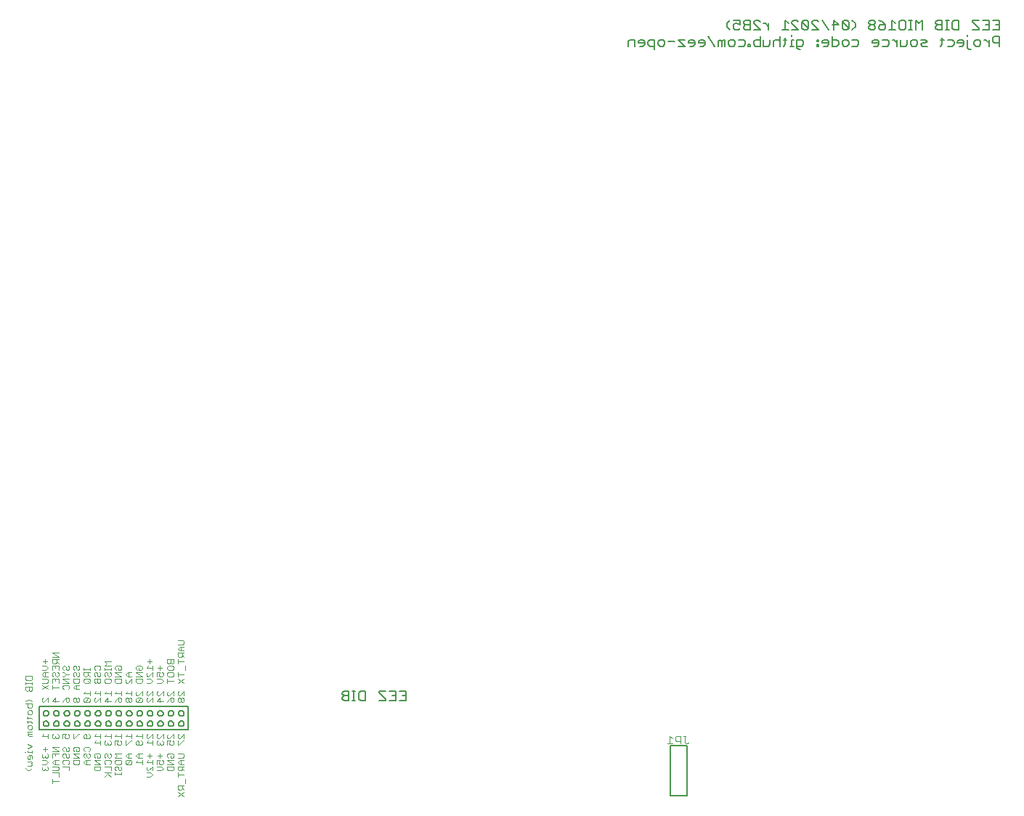
<source format=gbo>
G75*
%MOIN*%
%OFA0B0*%
%FSLAX25Y25*%
%IPPOS*%
%LPD*%
%AMOC8*
5,1,8,0,0,1.08239X$1,22.5*
%
%ADD10C,0.00500*%
%ADD11C,0.00300*%
%ADD12C,0.00400*%
D10*
X0220888Y0080879D02*
X0220888Y0091379D01*
X0289138Y0091379D01*
X0289138Y0080879D01*
X0220888Y0080879D01*
X0222638Y0083629D02*
X0222640Y0083699D01*
X0222646Y0083769D01*
X0222656Y0083838D01*
X0222669Y0083907D01*
X0222687Y0083975D01*
X0222708Y0084042D01*
X0222733Y0084107D01*
X0222762Y0084171D01*
X0222794Y0084234D01*
X0222830Y0084294D01*
X0222869Y0084352D01*
X0222911Y0084408D01*
X0222956Y0084462D01*
X0223004Y0084513D01*
X0223055Y0084561D01*
X0223109Y0084606D01*
X0223165Y0084648D01*
X0223223Y0084687D01*
X0223283Y0084723D01*
X0223346Y0084755D01*
X0223410Y0084784D01*
X0223475Y0084809D01*
X0223542Y0084830D01*
X0223610Y0084848D01*
X0223679Y0084861D01*
X0223748Y0084871D01*
X0223818Y0084877D01*
X0223888Y0084879D01*
X0223958Y0084877D01*
X0224028Y0084871D01*
X0224097Y0084861D01*
X0224166Y0084848D01*
X0224234Y0084830D01*
X0224301Y0084809D01*
X0224366Y0084784D01*
X0224430Y0084755D01*
X0224493Y0084723D01*
X0224553Y0084687D01*
X0224611Y0084648D01*
X0224667Y0084606D01*
X0224721Y0084561D01*
X0224772Y0084513D01*
X0224820Y0084462D01*
X0224865Y0084408D01*
X0224907Y0084352D01*
X0224946Y0084294D01*
X0224982Y0084234D01*
X0225014Y0084171D01*
X0225043Y0084107D01*
X0225068Y0084042D01*
X0225089Y0083975D01*
X0225107Y0083907D01*
X0225120Y0083838D01*
X0225130Y0083769D01*
X0225136Y0083699D01*
X0225138Y0083629D01*
X0225136Y0083559D01*
X0225130Y0083489D01*
X0225120Y0083420D01*
X0225107Y0083351D01*
X0225089Y0083283D01*
X0225068Y0083216D01*
X0225043Y0083151D01*
X0225014Y0083087D01*
X0224982Y0083024D01*
X0224946Y0082964D01*
X0224907Y0082906D01*
X0224865Y0082850D01*
X0224820Y0082796D01*
X0224772Y0082745D01*
X0224721Y0082697D01*
X0224667Y0082652D01*
X0224611Y0082610D01*
X0224553Y0082571D01*
X0224493Y0082535D01*
X0224430Y0082503D01*
X0224366Y0082474D01*
X0224301Y0082449D01*
X0224234Y0082428D01*
X0224166Y0082410D01*
X0224097Y0082397D01*
X0224028Y0082387D01*
X0223958Y0082381D01*
X0223888Y0082379D01*
X0223818Y0082381D01*
X0223748Y0082387D01*
X0223679Y0082397D01*
X0223610Y0082410D01*
X0223542Y0082428D01*
X0223475Y0082449D01*
X0223410Y0082474D01*
X0223346Y0082503D01*
X0223283Y0082535D01*
X0223223Y0082571D01*
X0223165Y0082610D01*
X0223109Y0082652D01*
X0223055Y0082697D01*
X0223004Y0082745D01*
X0222956Y0082796D01*
X0222911Y0082850D01*
X0222869Y0082906D01*
X0222830Y0082964D01*
X0222794Y0083024D01*
X0222762Y0083087D01*
X0222733Y0083151D01*
X0222708Y0083216D01*
X0222687Y0083283D01*
X0222669Y0083351D01*
X0222656Y0083420D01*
X0222646Y0083489D01*
X0222640Y0083559D01*
X0222638Y0083629D01*
X0222638Y0088404D02*
X0222640Y0088474D01*
X0222646Y0088544D01*
X0222656Y0088613D01*
X0222669Y0088682D01*
X0222687Y0088750D01*
X0222708Y0088817D01*
X0222733Y0088882D01*
X0222762Y0088946D01*
X0222794Y0089009D01*
X0222830Y0089069D01*
X0222869Y0089127D01*
X0222911Y0089183D01*
X0222956Y0089237D01*
X0223004Y0089288D01*
X0223055Y0089336D01*
X0223109Y0089381D01*
X0223165Y0089423D01*
X0223223Y0089462D01*
X0223283Y0089498D01*
X0223346Y0089530D01*
X0223410Y0089559D01*
X0223475Y0089584D01*
X0223542Y0089605D01*
X0223610Y0089623D01*
X0223679Y0089636D01*
X0223748Y0089646D01*
X0223818Y0089652D01*
X0223888Y0089654D01*
X0223958Y0089652D01*
X0224028Y0089646D01*
X0224097Y0089636D01*
X0224166Y0089623D01*
X0224234Y0089605D01*
X0224301Y0089584D01*
X0224366Y0089559D01*
X0224430Y0089530D01*
X0224493Y0089498D01*
X0224553Y0089462D01*
X0224611Y0089423D01*
X0224667Y0089381D01*
X0224721Y0089336D01*
X0224772Y0089288D01*
X0224820Y0089237D01*
X0224865Y0089183D01*
X0224907Y0089127D01*
X0224946Y0089069D01*
X0224982Y0089009D01*
X0225014Y0088946D01*
X0225043Y0088882D01*
X0225068Y0088817D01*
X0225089Y0088750D01*
X0225107Y0088682D01*
X0225120Y0088613D01*
X0225130Y0088544D01*
X0225136Y0088474D01*
X0225138Y0088404D01*
X0225136Y0088334D01*
X0225130Y0088264D01*
X0225120Y0088195D01*
X0225107Y0088126D01*
X0225089Y0088058D01*
X0225068Y0087991D01*
X0225043Y0087926D01*
X0225014Y0087862D01*
X0224982Y0087799D01*
X0224946Y0087739D01*
X0224907Y0087681D01*
X0224865Y0087625D01*
X0224820Y0087571D01*
X0224772Y0087520D01*
X0224721Y0087472D01*
X0224667Y0087427D01*
X0224611Y0087385D01*
X0224553Y0087346D01*
X0224493Y0087310D01*
X0224430Y0087278D01*
X0224366Y0087249D01*
X0224301Y0087224D01*
X0224234Y0087203D01*
X0224166Y0087185D01*
X0224097Y0087172D01*
X0224028Y0087162D01*
X0223958Y0087156D01*
X0223888Y0087154D01*
X0223818Y0087156D01*
X0223748Y0087162D01*
X0223679Y0087172D01*
X0223610Y0087185D01*
X0223542Y0087203D01*
X0223475Y0087224D01*
X0223410Y0087249D01*
X0223346Y0087278D01*
X0223283Y0087310D01*
X0223223Y0087346D01*
X0223165Y0087385D01*
X0223109Y0087427D01*
X0223055Y0087472D01*
X0223004Y0087520D01*
X0222956Y0087571D01*
X0222911Y0087625D01*
X0222869Y0087681D01*
X0222830Y0087739D01*
X0222794Y0087799D01*
X0222762Y0087862D01*
X0222733Y0087926D01*
X0222708Y0087991D01*
X0222687Y0088058D01*
X0222669Y0088126D01*
X0222656Y0088195D01*
X0222646Y0088264D01*
X0222640Y0088334D01*
X0222638Y0088404D01*
X0227413Y0088404D02*
X0227415Y0088474D01*
X0227421Y0088544D01*
X0227431Y0088613D01*
X0227444Y0088682D01*
X0227462Y0088750D01*
X0227483Y0088817D01*
X0227508Y0088882D01*
X0227537Y0088946D01*
X0227569Y0089009D01*
X0227605Y0089069D01*
X0227644Y0089127D01*
X0227686Y0089183D01*
X0227731Y0089237D01*
X0227779Y0089288D01*
X0227830Y0089336D01*
X0227884Y0089381D01*
X0227940Y0089423D01*
X0227998Y0089462D01*
X0228058Y0089498D01*
X0228121Y0089530D01*
X0228185Y0089559D01*
X0228250Y0089584D01*
X0228317Y0089605D01*
X0228385Y0089623D01*
X0228454Y0089636D01*
X0228523Y0089646D01*
X0228593Y0089652D01*
X0228663Y0089654D01*
X0228733Y0089652D01*
X0228803Y0089646D01*
X0228872Y0089636D01*
X0228941Y0089623D01*
X0229009Y0089605D01*
X0229076Y0089584D01*
X0229141Y0089559D01*
X0229205Y0089530D01*
X0229268Y0089498D01*
X0229328Y0089462D01*
X0229386Y0089423D01*
X0229442Y0089381D01*
X0229496Y0089336D01*
X0229547Y0089288D01*
X0229595Y0089237D01*
X0229640Y0089183D01*
X0229682Y0089127D01*
X0229721Y0089069D01*
X0229757Y0089009D01*
X0229789Y0088946D01*
X0229818Y0088882D01*
X0229843Y0088817D01*
X0229864Y0088750D01*
X0229882Y0088682D01*
X0229895Y0088613D01*
X0229905Y0088544D01*
X0229911Y0088474D01*
X0229913Y0088404D01*
X0229911Y0088334D01*
X0229905Y0088264D01*
X0229895Y0088195D01*
X0229882Y0088126D01*
X0229864Y0088058D01*
X0229843Y0087991D01*
X0229818Y0087926D01*
X0229789Y0087862D01*
X0229757Y0087799D01*
X0229721Y0087739D01*
X0229682Y0087681D01*
X0229640Y0087625D01*
X0229595Y0087571D01*
X0229547Y0087520D01*
X0229496Y0087472D01*
X0229442Y0087427D01*
X0229386Y0087385D01*
X0229328Y0087346D01*
X0229268Y0087310D01*
X0229205Y0087278D01*
X0229141Y0087249D01*
X0229076Y0087224D01*
X0229009Y0087203D01*
X0228941Y0087185D01*
X0228872Y0087172D01*
X0228803Y0087162D01*
X0228733Y0087156D01*
X0228663Y0087154D01*
X0228593Y0087156D01*
X0228523Y0087162D01*
X0228454Y0087172D01*
X0228385Y0087185D01*
X0228317Y0087203D01*
X0228250Y0087224D01*
X0228185Y0087249D01*
X0228121Y0087278D01*
X0228058Y0087310D01*
X0227998Y0087346D01*
X0227940Y0087385D01*
X0227884Y0087427D01*
X0227830Y0087472D01*
X0227779Y0087520D01*
X0227731Y0087571D01*
X0227686Y0087625D01*
X0227644Y0087681D01*
X0227605Y0087739D01*
X0227569Y0087799D01*
X0227537Y0087862D01*
X0227508Y0087926D01*
X0227483Y0087991D01*
X0227462Y0088058D01*
X0227444Y0088126D01*
X0227431Y0088195D01*
X0227421Y0088264D01*
X0227415Y0088334D01*
X0227413Y0088404D01*
X0227413Y0083629D02*
X0227415Y0083699D01*
X0227421Y0083769D01*
X0227431Y0083838D01*
X0227444Y0083907D01*
X0227462Y0083975D01*
X0227483Y0084042D01*
X0227508Y0084107D01*
X0227537Y0084171D01*
X0227569Y0084234D01*
X0227605Y0084294D01*
X0227644Y0084352D01*
X0227686Y0084408D01*
X0227731Y0084462D01*
X0227779Y0084513D01*
X0227830Y0084561D01*
X0227884Y0084606D01*
X0227940Y0084648D01*
X0227998Y0084687D01*
X0228058Y0084723D01*
X0228121Y0084755D01*
X0228185Y0084784D01*
X0228250Y0084809D01*
X0228317Y0084830D01*
X0228385Y0084848D01*
X0228454Y0084861D01*
X0228523Y0084871D01*
X0228593Y0084877D01*
X0228663Y0084879D01*
X0228733Y0084877D01*
X0228803Y0084871D01*
X0228872Y0084861D01*
X0228941Y0084848D01*
X0229009Y0084830D01*
X0229076Y0084809D01*
X0229141Y0084784D01*
X0229205Y0084755D01*
X0229268Y0084723D01*
X0229328Y0084687D01*
X0229386Y0084648D01*
X0229442Y0084606D01*
X0229496Y0084561D01*
X0229547Y0084513D01*
X0229595Y0084462D01*
X0229640Y0084408D01*
X0229682Y0084352D01*
X0229721Y0084294D01*
X0229757Y0084234D01*
X0229789Y0084171D01*
X0229818Y0084107D01*
X0229843Y0084042D01*
X0229864Y0083975D01*
X0229882Y0083907D01*
X0229895Y0083838D01*
X0229905Y0083769D01*
X0229911Y0083699D01*
X0229913Y0083629D01*
X0229911Y0083559D01*
X0229905Y0083489D01*
X0229895Y0083420D01*
X0229882Y0083351D01*
X0229864Y0083283D01*
X0229843Y0083216D01*
X0229818Y0083151D01*
X0229789Y0083087D01*
X0229757Y0083024D01*
X0229721Y0082964D01*
X0229682Y0082906D01*
X0229640Y0082850D01*
X0229595Y0082796D01*
X0229547Y0082745D01*
X0229496Y0082697D01*
X0229442Y0082652D01*
X0229386Y0082610D01*
X0229328Y0082571D01*
X0229268Y0082535D01*
X0229205Y0082503D01*
X0229141Y0082474D01*
X0229076Y0082449D01*
X0229009Y0082428D01*
X0228941Y0082410D01*
X0228872Y0082397D01*
X0228803Y0082387D01*
X0228733Y0082381D01*
X0228663Y0082379D01*
X0228593Y0082381D01*
X0228523Y0082387D01*
X0228454Y0082397D01*
X0228385Y0082410D01*
X0228317Y0082428D01*
X0228250Y0082449D01*
X0228185Y0082474D01*
X0228121Y0082503D01*
X0228058Y0082535D01*
X0227998Y0082571D01*
X0227940Y0082610D01*
X0227884Y0082652D01*
X0227830Y0082697D01*
X0227779Y0082745D01*
X0227731Y0082796D01*
X0227686Y0082850D01*
X0227644Y0082906D01*
X0227605Y0082964D01*
X0227569Y0083024D01*
X0227537Y0083087D01*
X0227508Y0083151D01*
X0227483Y0083216D01*
X0227462Y0083283D01*
X0227444Y0083351D01*
X0227431Y0083420D01*
X0227421Y0083489D01*
X0227415Y0083559D01*
X0227413Y0083629D01*
X0232188Y0083629D02*
X0232190Y0083699D01*
X0232196Y0083769D01*
X0232206Y0083838D01*
X0232219Y0083907D01*
X0232237Y0083975D01*
X0232258Y0084042D01*
X0232283Y0084107D01*
X0232312Y0084171D01*
X0232344Y0084234D01*
X0232380Y0084294D01*
X0232419Y0084352D01*
X0232461Y0084408D01*
X0232506Y0084462D01*
X0232554Y0084513D01*
X0232605Y0084561D01*
X0232659Y0084606D01*
X0232715Y0084648D01*
X0232773Y0084687D01*
X0232833Y0084723D01*
X0232896Y0084755D01*
X0232960Y0084784D01*
X0233025Y0084809D01*
X0233092Y0084830D01*
X0233160Y0084848D01*
X0233229Y0084861D01*
X0233298Y0084871D01*
X0233368Y0084877D01*
X0233438Y0084879D01*
X0233508Y0084877D01*
X0233578Y0084871D01*
X0233647Y0084861D01*
X0233716Y0084848D01*
X0233784Y0084830D01*
X0233851Y0084809D01*
X0233916Y0084784D01*
X0233980Y0084755D01*
X0234043Y0084723D01*
X0234103Y0084687D01*
X0234161Y0084648D01*
X0234217Y0084606D01*
X0234271Y0084561D01*
X0234322Y0084513D01*
X0234370Y0084462D01*
X0234415Y0084408D01*
X0234457Y0084352D01*
X0234496Y0084294D01*
X0234532Y0084234D01*
X0234564Y0084171D01*
X0234593Y0084107D01*
X0234618Y0084042D01*
X0234639Y0083975D01*
X0234657Y0083907D01*
X0234670Y0083838D01*
X0234680Y0083769D01*
X0234686Y0083699D01*
X0234688Y0083629D01*
X0234686Y0083559D01*
X0234680Y0083489D01*
X0234670Y0083420D01*
X0234657Y0083351D01*
X0234639Y0083283D01*
X0234618Y0083216D01*
X0234593Y0083151D01*
X0234564Y0083087D01*
X0234532Y0083024D01*
X0234496Y0082964D01*
X0234457Y0082906D01*
X0234415Y0082850D01*
X0234370Y0082796D01*
X0234322Y0082745D01*
X0234271Y0082697D01*
X0234217Y0082652D01*
X0234161Y0082610D01*
X0234103Y0082571D01*
X0234043Y0082535D01*
X0233980Y0082503D01*
X0233916Y0082474D01*
X0233851Y0082449D01*
X0233784Y0082428D01*
X0233716Y0082410D01*
X0233647Y0082397D01*
X0233578Y0082387D01*
X0233508Y0082381D01*
X0233438Y0082379D01*
X0233368Y0082381D01*
X0233298Y0082387D01*
X0233229Y0082397D01*
X0233160Y0082410D01*
X0233092Y0082428D01*
X0233025Y0082449D01*
X0232960Y0082474D01*
X0232896Y0082503D01*
X0232833Y0082535D01*
X0232773Y0082571D01*
X0232715Y0082610D01*
X0232659Y0082652D01*
X0232605Y0082697D01*
X0232554Y0082745D01*
X0232506Y0082796D01*
X0232461Y0082850D01*
X0232419Y0082906D01*
X0232380Y0082964D01*
X0232344Y0083024D01*
X0232312Y0083087D01*
X0232283Y0083151D01*
X0232258Y0083216D01*
X0232237Y0083283D01*
X0232219Y0083351D01*
X0232206Y0083420D01*
X0232196Y0083489D01*
X0232190Y0083559D01*
X0232188Y0083629D01*
X0232188Y0088404D02*
X0232190Y0088474D01*
X0232196Y0088544D01*
X0232206Y0088613D01*
X0232219Y0088682D01*
X0232237Y0088750D01*
X0232258Y0088817D01*
X0232283Y0088882D01*
X0232312Y0088946D01*
X0232344Y0089009D01*
X0232380Y0089069D01*
X0232419Y0089127D01*
X0232461Y0089183D01*
X0232506Y0089237D01*
X0232554Y0089288D01*
X0232605Y0089336D01*
X0232659Y0089381D01*
X0232715Y0089423D01*
X0232773Y0089462D01*
X0232833Y0089498D01*
X0232896Y0089530D01*
X0232960Y0089559D01*
X0233025Y0089584D01*
X0233092Y0089605D01*
X0233160Y0089623D01*
X0233229Y0089636D01*
X0233298Y0089646D01*
X0233368Y0089652D01*
X0233438Y0089654D01*
X0233508Y0089652D01*
X0233578Y0089646D01*
X0233647Y0089636D01*
X0233716Y0089623D01*
X0233784Y0089605D01*
X0233851Y0089584D01*
X0233916Y0089559D01*
X0233980Y0089530D01*
X0234043Y0089498D01*
X0234103Y0089462D01*
X0234161Y0089423D01*
X0234217Y0089381D01*
X0234271Y0089336D01*
X0234322Y0089288D01*
X0234370Y0089237D01*
X0234415Y0089183D01*
X0234457Y0089127D01*
X0234496Y0089069D01*
X0234532Y0089009D01*
X0234564Y0088946D01*
X0234593Y0088882D01*
X0234618Y0088817D01*
X0234639Y0088750D01*
X0234657Y0088682D01*
X0234670Y0088613D01*
X0234680Y0088544D01*
X0234686Y0088474D01*
X0234688Y0088404D01*
X0234686Y0088334D01*
X0234680Y0088264D01*
X0234670Y0088195D01*
X0234657Y0088126D01*
X0234639Y0088058D01*
X0234618Y0087991D01*
X0234593Y0087926D01*
X0234564Y0087862D01*
X0234532Y0087799D01*
X0234496Y0087739D01*
X0234457Y0087681D01*
X0234415Y0087625D01*
X0234370Y0087571D01*
X0234322Y0087520D01*
X0234271Y0087472D01*
X0234217Y0087427D01*
X0234161Y0087385D01*
X0234103Y0087346D01*
X0234043Y0087310D01*
X0233980Y0087278D01*
X0233916Y0087249D01*
X0233851Y0087224D01*
X0233784Y0087203D01*
X0233716Y0087185D01*
X0233647Y0087172D01*
X0233578Y0087162D01*
X0233508Y0087156D01*
X0233438Y0087154D01*
X0233368Y0087156D01*
X0233298Y0087162D01*
X0233229Y0087172D01*
X0233160Y0087185D01*
X0233092Y0087203D01*
X0233025Y0087224D01*
X0232960Y0087249D01*
X0232896Y0087278D01*
X0232833Y0087310D01*
X0232773Y0087346D01*
X0232715Y0087385D01*
X0232659Y0087427D01*
X0232605Y0087472D01*
X0232554Y0087520D01*
X0232506Y0087571D01*
X0232461Y0087625D01*
X0232419Y0087681D01*
X0232380Y0087739D01*
X0232344Y0087799D01*
X0232312Y0087862D01*
X0232283Y0087926D01*
X0232258Y0087991D01*
X0232237Y0088058D01*
X0232219Y0088126D01*
X0232206Y0088195D01*
X0232196Y0088264D01*
X0232190Y0088334D01*
X0232188Y0088404D01*
X0236963Y0088404D02*
X0236965Y0088474D01*
X0236971Y0088544D01*
X0236981Y0088613D01*
X0236994Y0088682D01*
X0237012Y0088750D01*
X0237033Y0088817D01*
X0237058Y0088882D01*
X0237087Y0088946D01*
X0237119Y0089009D01*
X0237155Y0089069D01*
X0237194Y0089127D01*
X0237236Y0089183D01*
X0237281Y0089237D01*
X0237329Y0089288D01*
X0237380Y0089336D01*
X0237434Y0089381D01*
X0237490Y0089423D01*
X0237548Y0089462D01*
X0237608Y0089498D01*
X0237671Y0089530D01*
X0237735Y0089559D01*
X0237800Y0089584D01*
X0237867Y0089605D01*
X0237935Y0089623D01*
X0238004Y0089636D01*
X0238073Y0089646D01*
X0238143Y0089652D01*
X0238213Y0089654D01*
X0238283Y0089652D01*
X0238353Y0089646D01*
X0238422Y0089636D01*
X0238491Y0089623D01*
X0238559Y0089605D01*
X0238626Y0089584D01*
X0238691Y0089559D01*
X0238755Y0089530D01*
X0238818Y0089498D01*
X0238878Y0089462D01*
X0238936Y0089423D01*
X0238992Y0089381D01*
X0239046Y0089336D01*
X0239097Y0089288D01*
X0239145Y0089237D01*
X0239190Y0089183D01*
X0239232Y0089127D01*
X0239271Y0089069D01*
X0239307Y0089009D01*
X0239339Y0088946D01*
X0239368Y0088882D01*
X0239393Y0088817D01*
X0239414Y0088750D01*
X0239432Y0088682D01*
X0239445Y0088613D01*
X0239455Y0088544D01*
X0239461Y0088474D01*
X0239463Y0088404D01*
X0239461Y0088334D01*
X0239455Y0088264D01*
X0239445Y0088195D01*
X0239432Y0088126D01*
X0239414Y0088058D01*
X0239393Y0087991D01*
X0239368Y0087926D01*
X0239339Y0087862D01*
X0239307Y0087799D01*
X0239271Y0087739D01*
X0239232Y0087681D01*
X0239190Y0087625D01*
X0239145Y0087571D01*
X0239097Y0087520D01*
X0239046Y0087472D01*
X0238992Y0087427D01*
X0238936Y0087385D01*
X0238878Y0087346D01*
X0238818Y0087310D01*
X0238755Y0087278D01*
X0238691Y0087249D01*
X0238626Y0087224D01*
X0238559Y0087203D01*
X0238491Y0087185D01*
X0238422Y0087172D01*
X0238353Y0087162D01*
X0238283Y0087156D01*
X0238213Y0087154D01*
X0238143Y0087156D01*
X0238073Y0087162D01*
X0238004Y0087172D01*
X0237935Y0087185D01*
X0237867Y0087203D01*
X0237800Y0087224D01*
X0237735Y0087249D01*
X0237671Y0087278D01*
X0237608Y0087310D01*
X0237548Y0087346D01*
X0237490Y0087385D01*
X0237434Y0087427D01*
X0237380Y0087472D01*
X0237329Y0087520D01*
X0237281Y0087571D01*
X0237236Y0087625D01*
X0237194Y0087681D01*
X0237155Y0087739D01*
X0237119Y0087799D01*
X0237087Y0087862D01*
X0237058Y0087926D01*
X0237033Y0087991D01*
X0237012Y0088058D01*
X0236994Y0088126D01*
X0236981Y0088195D01*
X0236971Y0088264D01*
X0236965Y0088334D01*
X0236963Y0088404D01*
X0236963Y0083629D02*
X0236965Y0083699D01*
X0236971Y0083769D01*
X0236981Y0083838D01*
X0236994Y0083907D01*
X0237012Y0083975D01*
X0237033Y0084042D01*
X0237058Y0084107D01*
X0237087Y0084171D01*
X0237119Y0084234D01*
X0237155Y0084294D01*
X0237194Y0084352D01*
X0237236Y0084408D01*
X0237281Y0084462D01*
X0237329Y0084513D01*
X0237380Y0084561D01*
X0237434Y0084606D01*
X0237490Y0084648D01*
X0237548Y0084687D01*
X0237608Y0084723D01*
X0237671Y0084755D01*
X0237735Y0084784D01*
X0237800Y0084809D01*
X0237867Y0084830D01*
X0237935Y0084848D01*
X0238004Y0084861D01*
X0238073Y0084871D01*
X0238143Y0084877D01*
X0238213Y0084879D01*
X0238283Y0084877D01*
X0238353Y0084871D01*
X0238422Y0084861D01*
X0238491Y0084848D01*
X0238559Y0084830D01*
X0238626Y0084809D01*
X0238691Y0084784D01*
X0238755Y0084755D01*
X0238818Y0084723D01*
X0238878Y0084687D01*
X0238936Y0084648D01*
X0238992Y0084606D01*
X0239046Y0084561D01*
X0239097Y0084513D01*
X0239145Y0084462D01*
X0239190Y0084408D01*
X0239232Y0084352D01*
X0239271Y0084294D01*
X0239307Y0084234D01*
X0239339Y0084171D01*
X0239368Y0084107D01*
X0239393Y0084042D01*
X0239414Y0083975D01*
X0239432Y0083907D01*
X0239445Y0083838D01*
X0239455Y0083769D01*
X0239461Y0083699D01*
X0239463Y0083629D01*
X0239461Y0083559D01*
X0239455Y0083489D01*
X0239445Y0083420D01*
X0239432Y0083351D01*
X0239414Y0083283D01*
X0239393Y0083216D01*
X0239368Y0083151D01*
X0239339Y0083087D01*
X0239307Y0083024D01*
X0239271Y0082964D01*
X0239232Y0082906D01*
X0239190Y0082850D01*
X0239145Y0082796D01*
X0239097Y0082745D01*
X0239046Y0082697D01*
X0238992Y0082652D01*
X0238936Y0082610D01*
X0238878Y0082571D01*
X0238818Y0082535D01*
X0238755Y0082503D01*
X0238691Y0082474D01*
X0238626Y0082449D01*
X0238559Y0082428D01*
X0238491Y0082410D01*
X0238422Y0082397D01*
X0238353Y0082387D01*
X0238283Y0082381D01*
X0238213Y0082379D01*
X0238143Y0082381D01*
X0238073Y0082387D01*
X0238004Y0082397D01*
X0237935Y0082410D01*
X0237867Y0082428D01*
X0237800Y0082449D01*
X0237735Y0082474D01*
X0237671Y0082503D01*
X0237608Y0082535D01*
X0237548Y0082571D01*
X0237490Y0082610D01*
X0237434Y0082652D01*
X0237380Y0082697D01*
X0237329Y0082745D01*
X0237281Y0082796D01*
X0237236Y0082850D01*
X0237194Y0082906D01*
X0237155Y0082964D01*
X0237119Y0083024D01*
X0237087Y0083087D01*
X0237058Y0083151D01*
X0237033Y0083216D01*
X0237012Y0083283D01*
X0236994Y0083351D01*
X0236981Y0083420D01*
X0236971Y0083489D01*
X0236965Y0083559D01*
X0236963Y0083629D01*
X0241738Y0083629D02*
X0241740Y0083699D01*
X0241746Y0083769D01*
X0241756Y0083838D01*
X0241769Y0083907D01*
X0241787Y0083975D01*
X0241808Y0084042D01*
X0241833Y0084107D01*
X0241862Y0084171D01*
X0241894Y0084234D01*
X0241930Y0084294D01*
X0241969Y0084352D01*
X0242011Y0084408D01*
X0242056Y0084462D01*
X0242104Y0084513D01*
X0242155Y0084561D01*
X0242209Y0084606D01*
X0242265Y0084648D01*
X0242323Y0084687D01*
X0242383Y0084723D01*
X0242446Y0084755D01*
X0242510Y0084784D01*
X0242575Y0084809D01*
X0242642Y0084830D01*
X0242710Y0084848D01*
X0242779Y0084861D01*
X0242848Y0084871D01*
X0242918Y0084877D01*
X0242988Y0084879D01*
X0243058Y0084877D01*
X0243128Y0084871D01*
X0243197Y0084861D01*
X0243266Y0084848D01*
X0243334Y0084830D01*
X0243401Y0084809D01*
X0243466Y0084784D01*
X0243530Y0084755D01*
X0243593Y0084723D01*
X0243653Y0084687D01*
X0243711Y0084648D01*
X0243767Y0084606D01*
X0243821Y0084561D01*
X0243872Y0084513D01*
X0243920Y0084462D01*
X0243965Y0084408D01*
X0244007Y0084352D01*
X0244046Y0084294D01*
X0244082Y0084234D01*
X0244114Y0084171D01*
X0244143Y0084107D01*
X0244168Y0084042D01*
X0244189Y0083975D01*
X0244207Y0083907D01*
X0244220Y0083838D01*
X0244230Y0083769D01*
X0244236Y0083699D01*
X0244238Y0083629D01*
X0244236Y0083559D01*
X0244230Y0083489D01*
X0244220Y0083420D01*
X0244207Y0083351D01*
X0244189Y0083283D01*
X0244168Y0083216D01*
X0244143Y0083151D01*
X0244114Y0083087D01*
X0244082Y0083024D01*
X0244046Y0082964D01*
X0244007Y0082906D01*
X0243965Y0082850D01*
X0243920Y0082796D01*
X0243872Y0082745D01*
X0243821Y0082697D01*
X0243767Y0082652D01*
X0243711Y0082610D01*
X0243653Y0082571D01*
X0243593Y0082535D01*
X0243530Y0082503D01*
X0243466Y0082474D01*
X0243401Y0082449D01*
X0243334Y0082428D01*
X0243266Y0082410D01*
X0243197Y0082397D01*
X0243128Y0082387D01*
X0243058Y0082381D01*
X0242988Y0082379D01*
X0242918Y0082381D01*
X0242848Y0082387D01*
X0242779Y0082397D01*
X0242710Y0082410D01*
X0242642Y0082428D01*
X0242575Y0082449D01*
X0242510Y0082474D01*
X0242446Y0082503D01*
X0242383Y0082535D01*
X0242323Y0082571D01*
X0242265Y0082610D01*
X0242209Y0082652D01*
X0242155Y0082697D01*
X0242104Y0082745D01*
X0242056Y0082796D01*
X0242011Y0082850D01*
X0241969Y0082906D01*
X0241930Y0082964D01*
X0241894Y0083024D01*
X0241862Y0083087D01*
X0241833Y0083151D01*
X0241808Y0083216D01*
X0241787Y0083283D01*
X0241769Y0083351D01*
X0241756Y0083420D01*
X0241746Y0083489D01*
X0241740Y0083559D01*
X0241738Y0083629D01*
X0241738Y0088404D02*
X0241740Y0088474D01*
X0241746Y0088544D01*
X0241756Y0088613D01*
X0241769Y0088682D01*
X0241787Y0088750D01*
X0241808Y0088817D01*
X0241833Y0088882D01*
X0241862Y0088946D01*
X0241894Y0089009D01*
X0241930Y0089069D01*
X0241969Y0089127D01*
X0242011Y0089183D01*
X0242056Y0089237D01*
X0242104Y0089288D01*
X0242155Y0089336D01*
X0242209Y0089381D01*
X0242265Y0089423D01*
X0242323Y0089462D01*
X0242383Y0089498D01*
X0242446Y0089530D01*
X0242510Y0089559D01*
X0242575Y0089584D01*
X0242642Y0089605D01*
X0242710Y0089623D01*
X0242779Y0089636D01*
X0242848Y0089646D01*
X0242918Y0089652D01*
X0242988Y0089654D01*
X0243058Y0089652D01*
X0243128Y0089646D01*
X0243197Y0089636D01*
X0243266Y0089623D01*
X0243334Y0089605D01*
X0243401Y0089584D01*
X0243466Y0089559D01*
X0243530Y0089530D01*
X0243593Y0089498D01*
X0243653Y0089462D01*
X0243711Y0089423D01*
X0243767Y0089381D01*
X0243821Y0089336D01*
X0243872Y0089288D01*
X0243920Y0089237D01*
X0243965Y0089183D01*
X0244007Y0089127D01*
X0244046Y0089069D01*
X0244082Y0089009D01*
X0244114Y0088946D01*
X0244143Y0088882D01*
X0244168Y0088817D01*
X0244189Y0088750D01*
X0244207Y0088682D01*
X0244220Y0088613D01*
X0244230Y0088544D01*
X0244236Y0088474D01*
X0244238Y0088404D01*
X0244236Y0088334D01*
X0244230Y0088264D01*
X0244220Y0088195D01*
X0244207Y0088126D01*
X0244189Y0088058D01*
X0244168Y0087991D01*
X0244143Y0087926D01*
X0244114Y0087862D01*
X0244082Y0087799D01*
X0244046Y0087739D01*
X0244007Y0087681D01*
X0243965Y0087625D01*
X0243920Y0087571D01*
X0243872Y0087520D01*
X0243821Y0087472D01*
X0243767Y0087427D01*
X0243711Y0087385D01*
X0243653Y0087346D01*
X0243593Y0087310D01*
X0243530Y0087278D01*
X0243466Y0087249D01*
X0243401Y0087224D01*
X0243334Y0087203D01*
X0243266Y0087185D01*
X0243197Y0087172D01*
X0243128Y0087162D01*
X0243058Y0087156D01*
X0242988Y0087154D01*
X0242918Y0087156D01*
X0242848Y0087162D01*
X0242779Y0087172D01*
X0242710Y0087185D01*
X0242642Y0087203D01*
X0242575Y0087224D01*
X0242510Y0087249D01*
X0242446Y0087278D01*
X0242383Y0087310D01*
X0242323Y0087346D01*
X0242265Y0087385D01*
X0242209Y0087427D01*
X0242155Y0087472D01*
X0242104Y0087520D01*
X0242056Y0087571D01*
X0242011Y0087625D01*
X0241969Y0087681D01*
X0241930Y0087739D01*
X0241894Y0087799D01*
X0241862Y0087862D01*
X0241833Y0087926D01*
X0241808Y0087991D01*
X0241787Y0088058D01*
X0241769Y0088126D01*
X0241756Y0088195D01*
X0241746Y0088264D01*
X0241740Y0088334D01*
X0241738Y0088404D01*
X0246513Y0088404D02*
X0246515Y0088474D01*
X0246521Y0088544D01*
X0246531Y0088613D01*
X0246544Y0088682D01*
X0246562Y0088750D01*
X0246583Y0088817D01*
X0246608Y0088882D01*
X0246637Y0088946D01*
X0246669Y0089009D01*
X0246705Y0089069D01*
X0246744Y0089127D01*
X0246786Y0089183D01*
X0246831Y0089237D01*
X0246879Y0089288D01*
X0246930Y0089336D01*
X0246984Y0089381D01*
X0247040Y0089423D01*
X0247098Y0089462D01*
X0247158Y0089498D01*
X0247221Y0089530D01*
X0247285Y0089559D01*
X0247350Y0089584D01*
X0247417Y0089605D01*
X0247485Y0089623D01*
X0247554Y0089636D01*
X0247623Y0089646D01*
X0247693Y0089652D01*
X0247763Y0089654D01*
X0247833Y0089652D01*
X0247903Y0089646D01*
X0247972Y0089636D01*
X0248041Y0089623D01*
X0248109Y0089605D01*
X0248176Y0089584D01*
X0248241Y0089559D01*
X0248305Y0089530D01*
X0248368Y0089498D01*
X0248428Y0089462D01*
X0248486Y0089423D01*
X0248542Y0089381D01*
X0248596Y0089336D01*
X0248647Y0089288D01*
X0248695Y0089237D01*
X0248740Y0089183D01*
X0248782Y0089127D01*
X0248821Y0089069D01*
X0248857Y0089009D01*
X0248889Y0088946D01*
X0248918Y0088882D01*
X0248943Y0088817D01*
X0248964Y0088750D01*
X0248982Y0088682D01*
X0248995Y0088613D01*
X0249005Y0088544D01*
X0249011Y0088474D01*
X0249013Y0088404D01*
X0249011Y0088334D01*
X0249005Y0088264D01*
X0248995Y0088195D01*
X0248982Y0088126D01*
X0248964Y0088058D01*
X0248943Y0087991D01*
X0248918Y0087926D01*
X0248889Y0087862D01*
X0248857Y0087799D01*
X0248821Y0087739D01*
X0248782Y0087681D01*
X0248740Y0087625D01*
X0248695Y0087571D01*
X0248647Y0087520D01*
X0248596Y0087472D01*
X0248542Y0087427D01*
X0248486Y0087385D01*
X0248428Y0087346D01*
X0248368Y0087310D01*
X0248305Y0087278D01*
X0248241Y0087249D01*
X0248176Y0087224D01*
X0248109Y0087203D01*
X0248041Y0087185D01*
X0247972Y0087172D01*
X0247903Y0087162D01*
X0247833Y0087156D01*
X0247763Y0087154D01*
X0247693Y0087156D01*
X0247623Y0087162D01*
X0247554Y0087172D01*
X0247485Y0087185D01*
X0247417Y0087203D01*
X0247350Y0087224D01*
X0247285Y0087249D01*
X0247221Y0087278D01*
X0247158Y0087310D01*
X0247098Y0087346D01*
X0247040Y0087385D01*
X0246984Y0087427D01*
X0246930Y0087472D01*
X0246879Y0087520D01*
X0246831Y0087571D01*
X0246786Y0087625D01*
X0246744Y0087681D01*
X0246705Y0087739D01*
X0246669Y0087799D01*
X0246637Y0087862D01*
X0246608Y0087926D01*
X0246583Y0087991D01*
X0246562Y0088058D01*
X0246544Y0088126D01*
X0246531Y0088195D01*
X0246521Y0088264D01*
X0246515Y0088334D01*
X0246513Y0088404D01*
X0246513Y0083629D02*
X0246515Y0083699D01*
X0246521Y0083769D01*
X0246531Y0083838D01*
X0246544Y0083907D01*
X0246562Y0083975D01*
X0246583Y0084042D01*
X0246608Y0084107D01*
X0246637Y0084171D01*
X0246669Y0084234D01*
X0246705Y0084294D01*
X0246744Y0084352D01*
X0246786Y0084408D01*
X0246831Y0084462D01*
X0246879Y0084513D01*
X0246930Y0084561D01*
X0246984Y0084606D01*
X0247040Y0084648D01*
X0247098Y0084687D01*
X0247158Y0084723D01*
X0247221Y0084755D01*
X0247285Y0084784D01*
X0247350Y0084809D01*
X0247417Y0084830D01*
X0247485Y0084848D01*
X0247554Y0084861D01*
X0247623Y0084871D01*
X0247693Y0084877D01*
X0247763Y0084879D01*
X0247833Y0084877D01*
X0247903Y0084871D01*
X0247972Y0084861D01*
X0248041Y0084848D01*
X0248109Y0084830D01*
X0248176Y0084809D01*
X0248241Y0084784D01*
X0248305Y0084755D01*
X0248368Y0084723D01*
X0248428Y0084687D01*
X0248486Y0084648D01*
X0248542Y0084606D01*
X0248596Y0084561D01*
X0248647Y0084513D01*
X0248695Y0084462D01*
X0248740Y0084408D01*
X0248782Y0084352D01*
X0248821Y0084294D01*
X0248857Y0084234D01*
X0248889Y0084171D01*
X0248918Y0084107D01*
X0248943Y0084042D01*
X0248964Y0083975D01*
X0248982Y0083907D01*
X0248995Y0083838D01*
X0249005Y0083769D01*
X0249011Y0083699D01*
X0249013Y0083629D01*
X0249011Y0083559D01*
X0249005Y0083489D01*
X0248995Y0083420D01*
X0248982Y0083351D01*
X0248964Y0083283D01*
X0248943Y0083216D01*
X0248918Y0083151D01*
X0248889Y0083087D01*
X0248857Y0083024D01*
X0248821Y0082964D01*
X0248782Y0082906D01*
X0248740Y0082850D01*
X0248695Y0082796D01*
X0248647Y0082745D01*
X0248596Y0082697D01*
X0248542Y0082652D01*
X0248486Y0082610D01*
X0248428Y0082571D01*
X0248368Y0082535D01*
X0248305Y0082503D01*
X0248241Y0082474D01*
X0248176Y0082449D01*
X0248109Y0082428D01*
X0248041Y0082410D01*
X0247972Y0082397D01*
X0247903Y0082387D01*
X0247833Y0082381D01*
X0247763Y0082379D01*
X0247693Y0082381D01*
X0247623Y0082387D01*
X0247554Y0082397D01*
X0247485Y0082410D01*
X0247417Y0082428D01*
X0247350Y0082449D01*
X0247285Y0082474D01*
X0247221Y0082503D01*
X0247158Y0082535D01*
X0247098Y0082571D01*
X0247040Y0082610D01*
X0246984Y0082652D01*
X0246930Y0082697D01*
X0246879Y0082745D01*
X0246831Y0082796D01*
X0246786Y0082850D01*
X0246744Y0082906D01*
X0246705Y0082964D01*
X0246669Y0083024D01*
X0246637Y0083087D01*
X0246608Y0083151D01*
X0246583Y0083216D01*
X0246562Y0083283D01*
X0246544Y0083351D01*
X0246531Y0083420D01*
X0246521Y0083489D01*
X0246515Y0083559D01*
X0246513Y0083629D01*
X0251288Y0083629D02*
X0251290Y0083699D01*
X0251296Y0083769D01*
X0251306Y0083838D01*
X0251319Y0083907D01*
X0251337Y0083975D01*
X0251358Y0084042D01*
X0251383Y0084107D01*
X0251412Y0084171D01*
X0251444Y0084234D01*
X0251480Y0084294D01*
X0251519Y0084352D01*
X0251561Y0084408D01*
X0251606Y0084462D01*
X0251654Y0084513D01*
X0251705Y0084561D01*
X0251759Y0084606D01*
X0251815Y0084648D01*
X0251873Y0084687D01*
X0251933Y0084723D01*
X0251996Y0084755D01*
X0252060Y0084784D01*
X0252125Y0084809D01*
X0252192Y0084830D01*
X0252260Y0084848D01*
X0252329Y0084861D01*
X0252398Y0084871D01*
X0252468Y0084877D01*
X0252538Y0084879D01*
X0252608Y0084877D01*
X0252678Y0084871D01*
X0252747Y0084861D01*
X0252816Y0084848D01*
X0252884Y0084830D01*
X0252951Y0084809D01*
X0253016Y0084784D01*
X0253080Y0084755D01*
X0253143Y0084723D01*
X0253203Y0084687D01*
X0253261Y0084648D01*
X0253317Y0084606D01*
X0253371Y0084561D01*
X0253422Y0084513D01*
X0253470Y0084462D01*
X0253515Y0084408D01*
X0253557Y0084352D01*
X0253596Y0084294D01*
X0253632Y0084234D01*
X0253664Y0084171D01*
X0253693Y0084107D01*
X0253718Y0084042D01*
X0253739Y0083975D01*
X0253757Y0083907D01*
X0253770Y0083838D01*
X0253780Y0083769D01*
X0253786Y0083699D01*
X0253788Y0083629D01*
X0253786Y0083559D01*
X0253780Y0083489D01*
X0253770Y0083420D01*
X0253757Y0083351D01*
X0253739Y0083283D01*
X0253718Y0083216D01*
X0253693Y0083151D01*
X0253664Y0083087D01*
X0253632Y0083024D01*
X0253596Y0082964D01*
X0253557Y0082906D01*
X0253515Y0082850D01*
X0253470Y0082796D01*
X0253422Y0082745D01*
X0253371Y0082697D01*
X0253317Y0082652D01*
X0253261Y0082610D01*
X0253203Y0082571D01*
X0253143Y0082535D01*
X0253080Y0082503D01*
X0253016Y0082474D01*
X0252951Y0082449D01*
X0252884Y0082428D01*
X0252816Y0082410D01*
X0252747Y0082397D01*
X0252678Y0082387D01*
X0252608Y0082381D01*
X0252538Y0082379D01*
X0252468Y0082381D01*
X0252398Y0082387D01*
X0252329Y0082397D01*
X0252260Y0082410D01*
X0252192Y0082428D01*
X0252125Y0082449D01*
X0252060Y0082474D01*
X0251996Y0082503D01*
X0251933Y0082535D01*
X0251873Y0082571D01*
X0251815Y0082610D01*
X0251759Y0082652D01*
X0251705Y0082697D01*
X0251654Y0082745D01*
X0251606Y0082796D01*
X0251561Y0082850D01*
X0251519Y0082906D01*
X0251480Y0082964D01*
X0251444Y0083024D01*
X0251412Y0083087D01*
X0251383Y0083151D01*
X0251358Y0083216D01*
X0251337Y0083283D01*
X0251319Y0083351D01*
X0251306Y0083420D01*
X0251296Y0083489D01*
X0251290Y0083559D01*
X0251288Y0083629D01*
X0251288Y0088404D02*
X0251290Y0088474D01*
X0251296Y0088544D01*
X0251306Y0088613D01*
X0251319Y0088682D01*
X0251337Y0088750D01*
X0251358Y0088817D01*
X0251383Y0088882D01*
X0251412Y0088946D01*
X0251444Y0089009D01*
X0251480Y0089069D01*
X0251519Y0089127D01*
X0251561Y0089183D01*
X0251606Y0089237D01*
X0251654Y0089288D01*
X0251705Y0089336D01*
X0251759Y0089381D01*
X0251815Y0089423D01*
X0251873Y0089462D01*
X0251933Y0089498D01*
X0251996Y0089530D01*
X0252060Y0089559D01*
X0252125Y0089584D01*
X0252192Y0089605D01*
X0252260Y0089623D01*
X0252329Y0089636D01*
X0252398Y0089646D01*
X0252468Y0089652D01*
X0252538Y0089654D01*
X0252608Y0089652D01*
X0252678Y0089646D01*
X0252747Y0089636D01*
X0252816Y0089623D01*
X0252884Y0089605D01*
X0252951Y0089584D01*
X0253016Y0089559D01*
X0253080Y0089530D01*
X0253143Y0089498D01*
X0253203Y0089462D01*
X0253261Y0089423D01*
X0253317Y0089381D01*
X0253371Y0089336D01*
X0253422Y0089288D01*
X0253470Y0089237D01*
X0253515Y0089183D01*
X0253557Y0089127D01*
X0253596Y0089069D01*
X0253632Y0089009D01*
X0253664Y0088946D01*
X0253693Y0088882D01*
X0253718Y0088817D01*
X0253739Y0088750D01*
X0253757Y0088682D01*
X0253770Y0088613D01*
X0253780Y0088544D01*
X0253786Y0088474D01*
X0253788Y0088404D01*
X0253786Y0088334D01*
X0253780Y0088264D01*
X0253770Y0088195D01*
X0253757Y0088126D01*
X0253739Y0088058D01*
X0253718Y0087991D01*
X0253693Y0087926D01*
X0253664Y0087862D01*
X0253632Y0087799D01*
X0253596Y0087739D01*
X0253557Y0087681D01*
X0253515Y0087625D01*
X0253470Y0087571D01*
X0253422Y0087520D01*
X0253371Y0087472D01*
X0253317Y0087427D01*
X0253261Y0087385D01*
X0253203Y0087346D01*
X0253143Y0087310D01*
X0253080Y0087278D01*
X0253016Y0087249D01*
X0252951Y0087224D01*
X0252884Y0087203D01*
X0252816Y0087185D01*
X0252747Y0087172D01*
X0252678Y0087162D01*
X0252608Y0087156D01*
X0252538Y0087154D01*
X0252468Y0087156D01*
X0252398Y0087162D01*
X0252329Y0087172D01*
X0252260Y0087185D01*
X0252192Y0087203D01*
X0252125Y0087224D01*
X0252060Y0087249D01*
X0251996Y0087278D01*
X0251933Y0087310D01*
X0251873Y0087346D01*
X0251815Y0087385D01*
X0251759Y0087427D01*
X0251705Y0087472D01*
X0251654Y0087520D01*
X0251606Y0087571D01*
X0251561Y0087625D01*
X0251519Y0087681D01*
X0251480Y0087739D01*
X0251444Y0087799D01*
X0251412Y0087862D01*
X0251383Y0087926D01*
X0251358Y0087991D01*
X0251337Y0088058D01*
X0251319Y0088126D01*
X0251306Y0088195D01*
X0251296Y0088264D01*
X0251290Y0088334D01*
X0251288Y0088404D01*
X0256063Y0088404D02*
X0256065Y0088474D01*
X0256071Y0088544D01*
X0256081Y0088613D01*
X0256094Y0088682D01*
X0256112Y0088750D01*
X0256133Y0088817D01*
X0256158Y0088882D01*
X0256187Y0088946D01*
X0256219Y0089009D01*
X0256255Y0089069D01*
X0256294Y0089127D01*
X0256336Y0089183D01*
X0256381Y0089237D01*
X0256429Y0089288D01*
X0256480Y0089336D01*
X0256534Y0089381D01*
X0256590Y0089423D01*
X0256648Y0089462D01*
X0256708Y0089498D01*
X0256771Y0089530D01*
X0256835Y0089559D01*
X0256900Y0089584D01*
X0256967Y0089605D01*
X0257035Y0089623D01*
X0257104Y0089636D01*
X0257173Y0089646D01*
X0257243Y0089652D01*
X0257313Y0089654D01*
X0257383Y0089652D01*
X0257453Y0089646D01*
X0257522Y0089636D01*
X0257591Y0089623D01*
X0257659Y0089605D01*
X0257726Y0089584D01*
X0257791Y0089559D01*
X0257855Y0089530D01*
X0257918Y0089498D01*
X0257978Y0089462D01*
X0258036Y0089423D01*
X0258092Y0089381D01*
X0258146Y0089336D01*
X0258197Y0089288D01*
X0258245Y0089237D01*
X0258290Y0089183D01*
X0258332Y0089127D01*
X0258371Y0089069D01*
X0258407Y0089009D01*
X0258439Y0088946D01*
X0258468Y0088882D01*
X0258493Y0088817D01*
X0258514Y0088750D01*
X0258532Y0088682D01*
X0258545Y0088613D01*
X0258555Y0088544D01*
X0258561Y0088474D01*
X0258563Y0088404D01*
X0258561Y0088334D01*
X0258555Y0088264D01*
X0258545Y0088195D01*
X0258532Y0088126D01*
X0258514Y0088058D01*
X0258493Y0087991D01*
X0258468Y0087926D01*
X0258439Y0087862D01*
X0258407Y0087799D01*
X0258371Y0087739D01*
X0258332Y0087681D01*
X0258290Y0087625D01*
X0258245Y0087571D01*
X0258197Y0087520D01*
X0258146Y0087472D01*
X0258092Y0087427D01*
X0258036Y0087385D01*
X0257978Y0087346D01*
X0257918Y0087310D01*
X0257855Y0087278D01*
X0257791Y0087249D01*
X0257726Y0087224D01*
X0257659Y0087203D01*
X0257591Y0087185D01*
X0257522Y0087172D01*
X0257453Y0087162D01*
X0257383Y0087156D01*
X0257313Y0087154D01*
X0257243Y0087156D01*
X0257173Y0087162D01*
X0257104Y0087172D01*
X0257035Y0087185D01*
X0256967Y0087203D01*
X0256900Y0087224D01*
X0256835Y0087249D01*
X0256771Y0087278D01*
X0256708Y0087310D01*
X0256648Y0087346D01*
X0256590Y0087385D01*
X0256534Y0087427D01*
X0256480Y0087472D01*
X0256429Y0087520D01*
X0256381Y0087571D01*
X0256336Y0087625D01*
X0256294Y0087681D01*
X0256255Y0087739D01*
X0256219Y0087799D01*
X0256187Y0087862D01*
X0256158Y0087926D01*
X0256133Y0087991D01*
X0256112Y0088058D01*
X0256094Y0088126D01*
X0256081Y0088195D01*
X0256071Y0088264D01*
X0256065Y0088334D01*
X0256063Y0088404D01*
X0256063Y0083629D02*
X0256065Y0083699D01*
X0256071Y0083769D01*
X0256081Y0083838D01*
X0256094Y0083907D01*
X0256112Y0083975D01*
X0256133Y0084042D01*
X0256158Y0084107D01*
X0256187Y0084171D01*
X0256219Y0084234D01*
X0256255Y0084294D01*
X0256294Y0084352D01*
X0256336Y0084408D01*
X0256381Y0084462D01*
X0256429Y0084513D01*
X0256480Y0084561D01*
X0256534Y0084606D01*
X0256590Y0084648D01*
X0256648Y0084687D01*
X0256708Y0084723D01*
X0256771Y0084755D01*
X0256835Y0084784D01*
X0256900Y0084809D01*
X0256967Y0084830D01*
X0257035Y0084848D01*
X0257104Y0084861D01*
X0257173Y0084871D01*
X0257243Y0084877D01*
X0257313Y0084879D01*
X0257383Y0084877D01*
X0257453Y0084871D01*
X0257522Y0084861D01*
X0257591Y0084848D01*
X0257659Y0084830D01*
X0257726Y0084809D01*
X0257791Y0084784D01*
X0257855Y0084755D01*
X0257918Y0084723D01*
X0257978Y0084687D01*
X0258036Y0084648D01*
X0258092Y0084606D01*
X0258146Y0084561D01*
X0258197Y0084513D01*
X0258245Y0084462D01*
X0258290Y0084408D01*
X0258332Y0084352D01*
X0258371Y0084294D01*
X0258407Y0084234D01*
X0258439Y0084171D01*
X0258468Y0084107D01*
X0258493Y0084042D01*
X0258514Y0083975D01*
X0258532Y0083907D01*
X0258545Y0083838D01*
X0258555Y0083769D01*
X0258561Y0083699D01*
X0258563Y0083629D01*
X0258561Y0083559D01*
X0258555Y0083489D01*
X0258545Y0083420D01*
X0258532Y0083351D01*
X0258514Y0083283D01*
X0258493Y0083216D01*
X0258468Y0083151D01*
X0258439Y0083087D01*
X0258407Y0083024D01*
X0258371Y0082964D01*
X0258332Y0082906D01*
X0258290Y0082850D01*
X0258245Y0082796D01*
X0258197Y0082745D01*
X0258146Y0082697D01*
X0258092Y0082652D01*
X0258036Y0082610D01*
X0257978Y0082571D01*
X0257918Y0082535D01*
X0257855Y0082503D01*
X0257791Y0082474D01*
X0257726Y0082449D01*
X0257659Y0082428D01*
X0257591Y0082410D01*
X0257522Y0082397D01*
X0257453Y0082387D01*
X0257383Y0082381D01*
X0257313Y0082379D01*
X0257243Y0082381D01*
X0257173Y0082387D01*
X0257104Y0082397D01*
X0257035Y0082410D01*
X0256967Y0082428D01*
X0256900Y0082449D01*
X0256835Y0082474D01*
X0256771Y0082503D01*
X0256708Y0082535D01*
X0256648Y0082571D01*
X0256590Y0082610D01*
X0256534Y0082652D01*
X0256480Y0082697D01*
X0256429Y0082745D01*
X0256381Y0082796D01*
X0256336Y0082850D01*
X0256294Y0082906D01*
X0256255Y0082964D01*
X0256219Y0083024D01*
X0256187Y0083087D01*
X0256158Y0083151D01*
X0256133Y0083216D01*
X0256112Y0083283D01*
X0256094Y0083351D01*
X0256081Y0083420D01*
X0256071Y0083489D01*
X0256065Y0083559D01*
X0256063Y0083629D01*
X0260838Y0083629D02*
X0260840Y0083699D01*
X0260846Y0083769D01*
X0260856Y0083838D01*
X0260869Y0083907D01*
X0260887Y0083975D01*
X0260908Y0084042D01*
X0260933Y0084107D01*
X0260962Y0084171D01*
X0260994Y0084234D01*
X0261030Y0084294D01*
X0261069Y0084352D01*
X0261111Y0084408D01*
X0261156Y0084462D01*
X0261204Y0084513D01*
X0261255Y0084561D01*
X0261309Y0084606D01*
X0261365Y0084648D01*
X0261423Y0084687D01*
X0261483Y0084723D01*
X0261546Y0084755D01*
X0261610Y0084784D01*
X0261675Y0084809D01*
X0261742Y0084830D01*
X0261810Y0084848D01*
X0261879Y0084861D01*
X0261948Y0084871D01*
X0262018Y0084877D01*
X0262088Y0084879D01*
X0262158Y0084877D01*
X0262228Y0084871D01*
X0262297Y0084861D01*
X0262366Y0084848D01*
X0262434Y0084830D01*
X0262501Y0084809D01*
X0262566Y0084784D01*
X0262630Y0084755D01*
X0262693Y0084723D01*
X0262753Y0084687D01*
X0262811Y0084648D01*
X0262867Y0084606D01*
X0262921Y0084561D01*
X0262972Y0084513D01*
X0263020Y0084462D01*
X0263065Y0084408D01*
X0263107Y0084352D01*
X0263146Y0084294D01*
X0263182Y0084234D01*
X0263214Y0084171D01*
X0263243Y0084107D01*
X0263268Y0084042D01*
X0263289Y0083975D01*
X0263307Y0083907D01*
X0263320Y0083838D01*
X0263330Y0083769D01*
X0263336Y0083699D01*
X0263338Y0083629D01*
X0263336Y0083559D01*
X0263330Y0083489D01*
X0263320Y0083420D01*
X0263307Y0083351D01*
X0263289Y0083283D01*
X0263268Y0083216D01*
X0263243Y0083151D01*
X0263214Y0083087D01*
X0263182Y0083024D01*
X0263146Y0082964D01*
X0263107Y0082906D01*
X0263065Y0082850D01*
X0263020Y0082796D01*
X0262972Y0082745D01*
X0262921Y0082697D01*
X0262867Y0082652D01*
X0262811Y0082610D01*
X0262753Y0082571D01*
X0262693Y0082535D01*
X0262630Y0082503D01*
X0262566Y0082474D01*
X0262501Y0082449D01*
X0262434Y0082428D01*
X0262366Y0082410D01*
X0262297Y0082397D01*
X0262228Y0082387D01*
X0262158Y0082381D01*
X0262088Y0082379D01*
X0262018Y0082381D01*
X0261948Y0082387D01*
X0261879Y0082397D01*
X0261810Y0082410D01*
X0261742Y0082428D01*
X0261675Y0082449D01*
X0261610Y0082474D01*
X0261546Y0082503D01*
X0261483Y0082535D01*
X0261423Y0082571D01*
X0261365Y0082610D01*
X0261309Y0082652D01*
X0261255Y0082697D01*
X0261204Y0082745D01*
X0261156Y0082796D01*
X0261111Y0082850D01*
X0261069Y0082906D01*
X0261030Y0082964D01*
X0260994Y0083024D01*
X0260962Y0083087D01*
X0260933Y0083151D01*
X0260908Y0083216D01*
X0260887Y0083283D01*
X0260869Y0083351D01*
X0260856Y0083420D01*
X0260846Y0083489D01*
X0260840Y0083559D01*
X0260838Y0083629D01*
X0260838Y0088404D02*
X0260840Y0088474D01*
X0260846Y0088544D01*
X0260856Y0088613D01*
X0260869Y0088682D01*
X0260887Y0088750D01*
X0260908Y0088817D01*
X0260933Y0088882D01*
X0260962Y0088946D01*
X0260994Y0089009D01*
X0261030Y0089069D01*
X0261069Y0089127D01*
X0261111Y0089183D01*
X0261156Y0089237D01*
X0261204Y0089288D01*
X0261255Y0089336D01*
X0261309Y0089381D01*
X0261365Y0089423D01*
X0261423Y0089462D01*
X0261483Y0089498D01*
X0261546Y0089530D01*
X0261610Y0089559D01*
X0261675Y0089584D01*
X0261742Y0089605D01*
X0261810Y0089623D01*
X0261879Y0089636D01*
X0261948Y0089646D01*
X0262018Y0089652D01*
X0262088Y0089654D01*
X0262158Y0089652D01*
X0262228Y0089646D01*
X0262297Y0089636D01*
X0262366Y0089623D01*
X0262434Y0089605D01*
X0262501Y0089584D01*
X0262566Y0089559D01*
X0262630Y0089530D01*
X0262693Y0089498D01*
X0262753Y0089462D01*
X0262811Y0089423D01*
X0262867Y0089381D01*
X0262921Y0089336D01*
X0262972Y0089288D01*
X0263020Y0089237D01*
X0263065Y0089183D01*
X0263107Y0089127D01*
X0263146Y0089069D01*
X0263182Y0089009D01*
X0263214Y0088946D01*
X0263243Y0088882D01*
X0263268Y0088817D01*
X0263289Y0088750D01*
X0263307Y0088682D01*
X0263320Y0088613D01*
X0263330Y0088544D01*
X0263336Y0088474D01*
X0263338Y0088404D01*
X0263336Y0088334D01*
X0263330Y0088264D01*
X0263320Y0088195D01*
X0263307Y0088126D01*
X0263289Y0088058D01*
X0263268Y0087991D01*
X0263243Y0087926D01*
X0263214Y0087862D01*
X0263182Y0087799D01*
X0263146Y0087739D01*
X0263107Y0087681D01*
X0263065Y0087625D01*
X0263020Y0087571D01*
X0262972Y0087520D01*
X0262921Y0087472D01*
X0262867Y0087427D01*
X0262811Y0087385D01*
X0262753Y0087346D01*
X0262693Y0087310D01*
X0262630Y0087278D01*
X0262566Y0087249D01*
X0262501Y0087224D01*
X0262434Y0087203D01*
X0262366Y0087185D01*
X0262297Y0087172D01*
X0262228Y0087162D01*
X0262158Y0087156D01*
X0262088Y0087154D01*
X0262018Y0087156D01*
X0261948Y0087162D01*
X0261879Y0087172D01*
X0261810Y0087185D01*
X0261742Y0087203D01*
X0261675Y0087224D01*
X0261610Y0087249D01*
X0261546Y0087278D01*
X0261483Y0087310D01*
X0261423Y0087346D01*
X0261365Y0087385D01*
X0261309Y0087427D01*
X0261255Y0087472D01*
X0261204Y0087520D01*
X0261156Y0087571D01*
X0261111Y0087625D01*
X0261069Y0087681D01*
X0261030Y0087739D01*
X0260994Y0087799D01*
X0260962Y0087862D01*
X0260933Y0087926D01*
X0260908Y0087991D01*
X0260887Y0088058D01*
X0260869Y0088126D01*
X0260856Y0088195D01*
X0260846Y0088264D01*
X0260840Y0088334D01*
X0260838Y0088404D01*
X0265613Y0088404D02*
X0265615Y0088474D01*
X0265621Y0088544D01*
X0265631Y0088613D01*
X0265644Y0088682D01*
X0265662Y0088750D01*
X0265683Y0088817D01*
X0265708Y0088882D01*
X0265737Y0088946D01*
X0265769Y0089009D01*
X0265805Y0089069D01*
X0265844Y0089127D01*
X0265886Y0089183D01*
X0265931Y0089237D01*
X0265979Y0089288D01*
X0266030Y0089336D01*
X0266084Y0089381D01*
X0266140Y0089423D01*
X0266198Y0089462D01*
X0266258Y0089498D01*
X0266321Y0089530D01*
X0266385Y0089559D01*
X0266450Y0089584D01*
X0266517Y0089605D01*
X0266585Y0089623D01*
X0266654Y0089636D01*
X0266723Y0089646D01*
X0266793Y0089652D01*
X0266863Y0089654D01*
X0266933Y0089652D01*
X0267003Y0089646D01*
X0267072Y0089636D01*
X0267141Y0089623D01*
X0267209Y0089605D01*
X0267276Y0089584D01*
X0267341Y0089559D01*
X0267405Y0089530D01*
X0267468Y0089498D01*
X0267528Y0089462D01*
X0267586Y0089423D01*
X0267642Y0089381D01*
X0267696Y0089336D01*
X0267747Y0089288D01*
X0267795Y0089237D01*
X0267840Y0089183D01*
X0267882Y0089127D01*
X0267921Y0089069D01*
X0267957Y0089009D01*
X0267989Y0088946D01*
X0268018Y0088882D01*
X0268043Y0088817D01*
X0268064Y0088750D01*
X0268082Y0088682D01*
X0268095Y0088613D01*
X0268105Y0088544D01*
X0268111Y0088474D01*
X0268113Y0088404D01*
X0268111Y0088334D01*
X0268105Y0088264D01*
X0268095Y0088195D01*
X0268082Y0088126D01*
X0268064Y0088058D01*
X0268043Y0087991D01*
X0268018Y0087926D01*
X0267989Y0087862D01*
X0267957Y0087799D01*
X0267921Y0087739D01*
X0267882Y0087681D01*
X0267840Y0087625D01*
X0267795Y0087571D01*
X0267747Y0087520D01*
X0267696Y0087472D01*
X0267642Y0087427D01*
X0267586Y0087385D01*
X0267528Y0087346D01*
X0267468Y0087310D01*
X0267405Y0087278D01*
X0267341Y0087249D01*
X0267276Y0087224D01*
X0267209Y0087203D01*
X0267141Y0087185D01*
X0267072Y0087172D01*
X0267003Y0087162D01*
X0266933Y0087156D01*
X0266863Y0087154D01*
X0266793Y0087156D01*
X0266723Y0087162D01*
X0266654Y0087172D01*
X0266585Y0087185D01*
X0266517Y0087203D01*
X0266450Y0087224D01*
X0266385Y0087249D01*
X0266321Y0087278D01*
X0266258Y0087310D01*
X0266198Y0087346D01*
X0266140Y0087385D01*
X0266084Y0087427D01*
X0266030Y0087472D01*
X0265979Y0087520D01*
X0265931Y0087571D01*
X0265886Y0087625D01*
X0265844Y0087681D01*
X0265805Y0087739D01*
X0265769Y0087799D01*
X0265737Y0087862D01*
X0265708Y0087926D01*
X0265683Y0087991D01*
X0265662Y0088058D01*
X0265644Y0088126D01*
X0265631Y0088195D01*
X0265621Y0088264D01*
X0265615Y0088334D01*
X0265613Y0088404D01*
X0265613Y0083629D02*
X0265615Y0083699D01*
X0265621Y0083769D01*
X0265631Y0083838D01*
X0265644Y0083907D01*
X0265662Y0083975D01*
X0265683Y0084042D01*
X0265708Y0084107D01*
X0265737Y0084171D01*
X0265769Y0084234D01*
X0265805Y0084294D01*
X0265844Y0084352D01*
X0265886Y0084408D01*
X0265931Y0084462D01*
X0265979Y0084513D01*
X0266030Y0084561D01*
X0266084Y0084606D01*
X0266140Y0084648D01*
X0266198Y0084687D01*
X0266258Y0084723D01*
X0266321Y0084755D01*
X0266385Y0084784D01*
X0266450Y0084809D01*
X0266517Y0084830D01*
X0266585Y0084848D01*
X0266654Y0084861D01*
X0266723Y0084871D01*
X0266793Y0084877D01*
X0266863Y0084879D01*
X0266933Y0084877D01*
X0267003Y0084871D01*
X0267072Y0084861D01*
X0267141Y0084848D01*
X0267209Y0084830D01*
X0267276Y0084809D01*
X0267341Y0084784D01*
X0267405Y0084755D01*
X0267468Y0084723D01*
X0267528Y0084687D01*
X0267586Y0084648D01*
X0267642Y0084606D01*
X0267696Y0084561D01*
X0267747Y0084513D01*
X0267795Y0084462D01*
X0267840Y0084408D01*
X0267882Y0084352D01*
X0267921Y0084294D01*
X0267957Y0084234D01*
X0267989Y0084171D01*
X0268018Y0084107D01*
X0268043Y0084042D01*
X0268064Y0083975D01*
X0268082Y0083907D01*
X0268095Y0083838D01*
X0268105Y0083769D01*
X0268111Y0083699D01*
X0268113Y0083629D01*
X0268111Y0083559D01*
X0268105Y0083489D01*
X0268095Y0083420D01*
X0268082Y0083351D01*
X0268064Y0083283D01*
X0268043Y0083216D01*
X0268018Y0083151D01*
X0267989Y0083087D01*
X0267957Y0083024D01*
X0267921Y0082964D01*
X0267882Y0082906D01*
X0267840Y0082850D01*
X0267795Y0082796D01*
X0267747Y0082745D01*
X0267696Y0082697D01*
X0267642Y0082652D01*
X0267586Y0082610D01*
X0267528Y0082571D01*
X0267468Y0082535D01*
X0267405Y0082503D01*
X0267341Y0082474D01*
X0267276Y0082449D01*
X0267209Y0082428D01*
X0267141Y0082410D01*
X0267072Y0082397D01*
X0267003Y0082387D01*
X0266933Y0082381D01*
X0266863Y0082379D01*
X0266793Y0082381D01*
X0266723Y0082387D01*
X0266654Y0082397D01*
X0266585Y0082410D01*
X0266517Y0082428D01*
X0266450Y0082449D01*
X0266385Y0082474D01*
X0266321Y0082503D01*
X0266258Y0082535D01*
X0266198Y0082571D01*
X0266140Y0082610D01*
X0266084Y0082652D01*
X0266030Y0082697D01*
X0265979Y0082745D01*
X0265931Y0082796D01*
X0265886Y0082850D01*
X0265844Y0082906D01*
X0265805Y0082964D01*
X0265769Y0083024D01*
X0265737Y0083087D01*
X0265708Y0083151D01*
X0265683Y0083216D01*
X0265662Y0083283D01*
X0265644Y0083351D01*
X0265631Y0083420D01*
X0265621Y0083489D01*
X0265615Y0083559D01*
X0265613Y0083629D01*
X0270388Y0083629D02*
X0270390Y0083699D01*
X0270396Y0083769D01*
X0270406Y0083838D01*
X0270419Y0083907D01*
X0270437Y0083975D01*
X0270458Y0084042D01*
X0270483Y0084107D01*
X0270512Y0084171D01*
X0270544Y0084234D01*
X0270580Y0084294D01*
X0270619Y0084352D01*
X0270661Y0084408D01*
X0270706Y0084462D01*
X0270754Y0084513D01*
X0270805Y0084561D01*
X0270859Y0084606D01*
X0270915Y0084648D01*
X0270973Y0084687D01*
X0271033Y0084723D01*
X0271096Y0084755D01*
X0271160Y0084784D01*
X0271225Y0084809D01*
X0271292Y0084830D01*
X0271360Y0084848D01*
X0271429Y0084861D01*
X0271498Y0084871D01*
X0271568Y0084877D01*
X0271638Y0084879D01*
X0271708Y0084877D01*
X0271778Y0084871D01*
X0271847Y0084861D01*
X0271916Y0084848D01*
X0271984Y0084830D01*
X0272051Y0084809D01*
X0272116Y0084784D01*
X0272180Y0084755D01*
X0272243Y0084723D01*
X0272303Y0084687D01*
X0272361Y0084648D01*
X0272417Y0084606D01*
X0272471Y0084561D01*
X0272522Y0084513D01*
X0272570Y0084462D01*
X0272615Y0084408D01*
X0272657Y0084352D01*
X0272696Y0084294D01*
X0272732Y0084234D01*
X0272764Y0084171D01*
X0272793Y0084107D01*
X0272818Y0084042D01*
X0272839Y0083975D01*
X0272857Y0083907D01*
X0272870Y0083838D01*
X0272880Y0083769D01*
X0272886Y0083699D01*
X0272888Y0083629D01*
X0272886Y0083559D01*
X0272880Y0083489D01*
X0272870Y0083420D01*
X0272857Y0083351D01*
X0272839Y0083283D01*
X0272818Y0083216D01*
X0272793Y0083151D01*
X0272764Y0083087D01*
X0272732Y0083024D01*
X0272696Y0082964D01*
X0272657Y0082906D01*
X0272615Y0082850D01*
X0272570Y0082796D01*
X0272522Y0082745D01*
X0272471Y0082697D01*
X0272417Y0082652D01*
X0272361Y0082610D01*
X0272303Y0082571D01*
X0272243Y0082535D01*
X0272180Y0082503D01*
X0272116Y0082474D01*
X0272051Y0082449D01*
X0271984Y0082428D01*
X0271916Y0082410D01*
X0271847Y0082397D01*
X0271778Y0082387D01*
X0271708Y0082381D01*
X0271638Y0082379D01*
X0271568Y0082381D01*
X0271498Y0082387D01*
X0271429Y0082397D01*
X0271360Y0082410D01*
X0271292Y0082428D01*
X0271225Y0082449D01*
X0271160Y0082474D01*
X0271096Y0082503D01*
X0271033Y0082535D01*
X0270973Y0082571D01*
X0270915Y0082610D01*
X0270859Y0082652D01*
X0270805Y0082697D01*
X0270754Y0082745D01*
X0270706Y0082796D01*
X0270661Y0082850D01*
X0270619Y0082906D01*
X0270580Y0082964D01*
X0270544Y0083024D01*
X0270512Y0083087D01*
X0270483Y0083151D01*
X0270458Y0083216D01*
X0270437Y0083283D01*
X0270419Y0083351D01*
X0270406Y0083420D01*
X0270396Y0083489D01*
X0270390Y0083559D01*
X0270388Y0083629D01*
X0270388Y0088404D02*
X0270390Y0088474D01*
X0270396Y0088544D01*
X0270406Y0088613D01*
X0270419Y0088682D01*
X0270437Y0088750D01*
X0270458Y0088817D01*
X0270483Y0088882D01*
X0270512Y0088946D01*
X0270544Y0089009D01*
X0270580Y0089069D01*
X0270619Y0089127D01*
X0270661Y0089183D01*
X0270706Y0089237D01*
X0270754Y0089288D01*
X0270805Y0089336D01*
X0270859Y0089381D01*
X0270915Y0089423D01*
X0270973Y0089462D01*
X0271033Y0089498D01*
X0271096Y0089530D01*
X0271160Y0089559D01*
X0271225Y0089584D01*
X0271292Y0089605D01*
X0271360Y0089623D01*
X0271429Y0089636D01*
X0271498Y0089646D01*
X0271568Y0089652D01*
X0271638Y0089654D01*
X0271708Y0089652D01*
X0271778Y0089646D01*
X0271847Y0089636D01*
X0271916Y0089623D01*
X0271984Y0089605D01*
X0272051Y0089584D01*
X0272116Y0089559D01*
X0272180Y0089530D01*
X0272243Y0089498D01*
X0272303Y0089462D01*
X0272361Y0089423D01*
X0272417Y0089381D01*
X0272471Y0089336D01*
X0272522Y0089288D01*
X0272570Y0089237D01*
X0272615Y0089183D01*
X0272657Y0089127D01*
X0272696Y0089069D01*
X0272732Y0089009D01*
X0272764Y0088946D01*
X0272793Y0088882D01*
X0272818Y0088817D01*
X0272839Y0088750D01*
X0272857Y0088682D01*
X0272870Y0088613D01*
X0272880Y0088544D01*
X0272886Y0088474D01*
X0272888Y0088404D01*
X0272886Y0088334D01*
X0272880Y0088264D01*
X0272870Y0088195D01*
X0272857Y0088126D01*
X0272839Y0088058D01*
X0272818Y0087991D01*
X0272793Y0087926D01*
X0272764Y0087862D01*
X0272732Y0087799D01*
X0272696Y0087739D01*
X0272657Y0087681D01*
X0272615Y0087625D01*
X0272570Y0087571D01*
X0272522Y0087520D01*
X0272471Y0087472D01*
X0272417Y0087427D01*
X0272361Y0087385D01*
X0272303Y0087346D01*
X0272243Y0087310D01*
X0272180Y0087278D01*
X0272116Y0087249D01*
X0272051Y0087224D01*
X0271984Y0087203D01*
X0271916Y0087185D01*
X0271847Y0087172D01*
X0271778Y0087162D01*
X0271708Y0087156D01*
X0271638Y0087154D01*
X0271568Y0087156D01*
X0271498Y0087162D01*
X0271429Y0087172D01*
X0271360Y0087185D01*
X0271292Y0087203D01*
X0271225Y0087224D01*
X0271160Y0087249D01*
X0271096Y0087278D01*
X0271033Y0087310D01*
X0270973Y0087346D01*
X0270915Y0087385D01*
X0270859Y0087427D01*
X0270805Y0087472D01*
X0270754Y0087520D01*
X0270706Y0087571D01*
X0270661Y0087625D01*
X0270619Y0087681D01*
X0270580Y0087739D01*
X0270544Y0087799D01*
X0270512Y0087862D01*
X0270483Y0087926D01*
X0270458Y0087991D01*
X0270437Y0088058D01*
X0270419Y0088126D01*
X0270406Y0088195D01*
X0270396Y0088264D01*
X0270390Y0088334D01*
X0270388Y0088404D01*
X0275163Y0088404D02*
X0275165Y0088474D01*
X0275171Y0088544D01*
X0275181Y0088613D01*
X0275194Y0088682D01*
X0275212Y0088750D01*
X0275233Y0088817D01*
X0275258Y0088882D01*
X0275287Y0088946D01*
X0275319Y0089009D01*
X0275355Y0089069D01*
X0275394Y0089127D01*
X0275436Y0089183D01*
X0275481Y0089237D01*
X0275529Y0089288D01*
X0275580Y0089336D01*
X0275634Y0089381D01*
X0275690Y0089423D01*
X0275748Y0089462D01*
X0275808Y0089498D01*
X0275871Y0089530D01*
X0275935Y0089559D01*
X0276000Y0089584D01*
X0276067Y0089605D01*
X0276135Y0089623D01*
X0276204Y0089636D01*
X0276273Y0089646D01*
X0276343Y0089652D01*
X0276413Y0089654D01*
X0276483Y0089652D01*
X0276553Y0089646D01*
X0276622Y0089636D01*
X0276691Y0089623D01*
X0276759Y0089605D01*
X0276826Y0089584D01*
X0276891Y0089559D01*
X0276955Y0089530D01*
X0277018Y0089498D01*
X0277078Y0089462D01*
X0277136Y0089423D01*
X0277192Y0089381D01*
X0277246Y0089336D01*
X0277297Y0089288D01*
X0277345Y0089237D01*
X0277390Y0089183D01*
X0277432Y0089127D01*
X0277471Y0089069D01*
X0277507Y0089009D01*
X0277539Y0088946D01*
X0277568Y0088882D01*
X0277593Y0088817D01*
X0277614Y0088750D01*
X0277632Y0088682D01*
X0277645Y0088613D01*
X0277655Y0088544D01*
X0277661Y0088474D01*
X0277663Y0088404D01*
X0277661Y0088334D01*
X0277655Y0088264D01*
X0277645Y0088195D01*
X0277632Y0088126D01*
X0277614Y0088058D01*
X0277593Y0087991D01*
X0277568Y0087926D01*
X0277539Y0087862D01*
X0277507Y0087799D01*
X0277471Y0087739D01*
X0277432Y0087681D01*
X0277390Y0087625D01*
X0277345Y0087571D01*
X0277297Y0087520D01*
X0277246Y0087472D01*
X0277192Y0087427D01*
X0277136Y0087385D01*
X0277078Y0087346D01*
X0277018Y0087310D01*
X0276955Y0087278D01*
X0276891Y0087249D01*
X0276826Y0087224D01*
X0276759Y0087203D01*
X0276691Y0087185D01*
X0276622Y0087172D01*
X0276553Y0087162D01*
X0276483Y0087156D01*
X0276413Y0087154D01*
X0276343Y0087156D01*
X0276273Y0087162D01*
X0276204Y0087172D01*
X0276135Y0087185D01*
X0276067Y0087203D01*
X0276000Y0087224D01*
X0275935Y0087249D01*
X0275871Y0087278D01*
X0275808Y0087310D01*
X0275748Y0087346D01*
X0275690Y0087385D01*
X0275634Y0087427D01*
X0275580Y0087472D01*
X0275529Y0087520D01*
X0275481Y0087571D01*
X0275436Y0087625D01*
X0275394Y0087681D01*
X0275355Y0087739D01*
X0275319Y0087799D01*
X0275287Y0087862D01*
X0275258Y0087926D01*
X0275233Y0087991D01*
X0275212Y0088058D01*
X0275194Y0088126D01*
X0275181Y0088195D01*
X0275171Y0088264D01*
X0275165Y0088334D01*
X0275163Y0088404D01*
X0275163Y0083629D02*
X0275165Y0083699D01*
X0275171Y0083769D01*
X0275181Y0083838D01*
X0275194Y0083907D01*
X0275212Y0083975D01*
X0275233Y0084042D01*
X0275258Y0084107D01*
X0275287Y0084171D01*
X0275319Y0084234D01*
X0275355Y0084294D01*
X0275394Y0084352D01*
X0275436Y0084408D01*
X0275481Y0084462D01*
X0275529Y0084513D01*
X0275580Y0084561D01*
X0275634Y0084606D01*
X0275690Y0084648D01*
X0275748Y0084687D01*
X0275808Y0084723D01*
X0275871Y0084755D01*
X0275935Y0084784D01*
X0276000Y0084809D01*
X0276067Y0084830D01*
X0276135Y0084848D01*
X0276204Y0084861D01*
X0276273Y0084871D01*
X0276343Y0084877D01*
X0276413Y0084879D01*
X0276483Y0084877D01*
X0276553Y0084871D01*
X0276622Y0084861D01*
X0276691Y0084848D01*
X0276759Y0084830D01*
X0276826Y0084809D01*
X0276891Y0084784D01*
X0276955Y0084755D01*
X0277018Y0084723D01*
X0277078Y0084687D01*
X0277136Y0084648D01*
X0277192Y0084606D01*
X0277246Y0084561D01*
X0277297Y0084513D01*
X0277345Y0084462D01*
X0277390Y0084408D01*
X0277432Y0084352D01*
X0277471Y0084294D01*
X0277507Y0084234D01*
X0277539Y0084171D01*
X0277568Y0084107D01*
X0277593Y0084042D01*
X0277614Y0083975D01*
X0277632Y0083907D01*
X0277645Y0083838D01*
X0277655Y0083769D01*
X0277661Y0083699D01*
X0277663Y0083629D01*
X0277661Y0083559D01*
X0277655Y0083489D01*
X0277645Y0083420D01*
X0277632Y0083351D01*
X0277614Y0083283D01*
X0277593Y0083216D01*
X0277568Y0083151D01*
X0277539Y0083087D01*
X0277507Y0083024D01*
X0277471Y0082964D01*
X0277432Y0082906D01*
X0277390Y0082850D01*
X0277345Y0082796D01*
X0277297Y0082745D01*
X0277246Y0082697D01*
X0277192Y0082652D01*
X0277136Y0082610D01*
X0277078Y0082571D01*
X0277018Y0082535D01*
X0276955Y0082503D01*
X0276891Y0082474D01*
X0276826Y0082449D01*
X0276759Y0082428D01*
X0276691Y0082410D01*
X0276622Y0082397D01*
X0276553Y0082387D01*
X0276483Y0082381D01*
X0276413Y0082379D01*
X0276343Y0082381D01*
X0276273Y0082387D01*
X0276204Y0082397D01*
X0276135Y0082410D01*
X0276067Y0082428D01*
X0276000Y0082449D01*
X0275935Y0082474D01*
X0275871Y0082503D01*
X0275808Y0082535D01*
X0275748Y0082571D01*
X0275690Y0082610D01*
X0275634Y0082652D01*
X0275580Y0082697D01*
X0275529Y0082745D01*
X0275481Y0082796D01*
X0275436Y0082850D01*
X0275394Y0082906D01*
X0275355Y0082964D01*
X0275319Y0083024D01*
X0275287Y0083087D01*
X0275258Y0083151D01*
X0275233Y0083216D01*
X0275212Y0083283D01*
X0275194Y0083351D01*
X0275181Y0083420D01*
X0275171Y0083489D01*
X0275165Y0083559D01*
X0275163Y0083629D01*
X0279938Y0083629D02*
X0279940Y0083699D01*
X0279946Y0083769D01*
X0279956Y0083838D01*
X0279969Y0083907D01*
X0279987Y0083975D01*
X0280008Y0084042D01*
X0280033Y0084107D01*
X0280062Y0084171D01*
X0280094Y0084234D01*
X0280130Y0084294D01*
X0280169Y0084352D01*
X0280211Y0084408D01*
X0280256Y0084462D01*
X0280304Y0084513D01*
X0280355Y0084561D01*
X0280409Y0084606D01*
X0280465Y0084648D01*
X0280523Y0084687D01*
X0280583Y0084723D01*
X0280646Y0084755D01*
X0280710Y0084784D01*
X0280775Y0084809D01*
X0280842Y0084830D01*
X0280910Y0084848D01*
X0280979Y0084861D01*
X0281048Y0084871D01*
X0281118Y0084877D01*
X0281188Y0084879D01*
X0281258Y0084877D01*
X0281328Y0084871D01*
X0281397Y0084861D01*
X0281466Y0084848D01*
X0281534Y0084830D01*
X0281601Y0084809D01*
X0281666Y0084784D01*
X0281730Y0084755D01*
X0281793Y0084723D01*
X0281853Y0084687D01*
X0281911Y0084648D01*
X0281967Y0084606D01*
X0282021Y0084561D01*
X0282072Y0084513D01*
X0282120Y0084462D01*
X0282165Y0084408D01*
X0282207Y0084352D01*
X0282246Y0084294D01*
X0282282Y0084234D01*
X0282314Y0084171D01*
X0282343Y0084107D01*
X0282368Y0084042D01*
X0282389Y0083975D01*
X0282407Y0083907D01*
X0282420Y0083838D01*
X0282430Y0083769D01*
X0282436Y0083699D01*
X0282438Y0083629D01*
X0282436Y0083559D01*
X0282430Y0083489D01*
X0282420Y0083420D01*
X0282407Y0083351D01*
X0282389Y0083283D01*
X0282368Y0083216D01*
X0282343Y0083151D01*
X0282314Y0083087D01*
X0282282Y0083024D01*
X0282246Y0082964D01*
X0282207Y0082906D01*
X0282165Y0082850D01*
X0282120Y0082796D01*
X0282072Y0082745D01*
X0282021Y0082697D01*
X0281967Y0082652D01*
X0281911Y0082610D01*
X0281853Y0082571D01*
X0281793Y0082535D01*
X0281730Y0082503D01*
X0281666Y0082474D01*
X0281601Y0082449D01*
X0281534Y0082428D01*
X0281466Y0082410D01*
X0281397Y0082397D01*
X0281328Y0082387D01*
X0281258Y0082381D01*
X0281188Y0082379D01*
X0281118Y0082381D01*
X0281048Y0082387D01*
X0280979Y0082397D01*
X0280910Y0082410D01*
X0280842Y0082428D01*
X0280775Y0082449D01*
X0280710Y0082474D01*
X0280646Y0082503D01*
X0280583Y0082535D01*
X0280523Y0082571D01*
X0280465Y0082610D01*
X0280409Y0082652D01*
X0280355Y0082697D01*
X0280304Y0082745D01*
X0280256Y0082796D01*
X0280211Y0082850D01*
X0280169Y0082906D01*
X0280130Y0082964D01*
X0280094Y0083024D01*
X0280062Y0083087D01*
X0280033Y0083151D01*
X0280008Y0083216D01*
X0279987Y0083283D01*
X0279969Y0083351D01*
X0279956Y0083420D01*
X0279946Y0083489D01*
X0279940Y0083559D01*
X0279938Y0083629D01*
X0279938Y0088404D02*
X0279940Y0088474D01*
X0279946Y0088544D01*
X0279956Y0088613D01*
X0279969Y0088682D01*
X0279987Y0088750D01*
X0280008Y0088817D01*
X0280033Y0088882D01*
X0280062Y0088946D01*
X0280094Y0089009D01*
X0280130Y0089069D01*
X0280169Y0089127D01*
X0280211Y0089183D01*
X0280256Y0089237D01*
X0280304Y0089288D01*
X0280355Y0089336D01*
X0280409Y0089381D01*
X0280465Y0089423D01*
X0280523Y0089462D01*
X0280583Y0089498D01*
X0280646Y0089530D01*
X0280710Y0089559D01*
X0280775Y0089584D01*
X0280842Y0089605D01*
X0280910Y0089623D01*
X0280979Y0089636D01*
X0281048Y0089646D01*
X0281118Y0089652D01*
X0281188Y0089654D01*
X0281258Y0089652D01*
X0281328Y0089646D01*
X0281397Y0089636D01*
X0281466Y0089623D01*
X0281534Y0089605D01*
X0281601Y0089584D01*
X0281666Y0089559D01*
X0281730Y0089530D01*
X0281793Y0089498D01*
X0281853Y0089462D01*
X0281911Y0089423D01*
X0281967Y0089381D01*
X0282021Y0089336D01*
X0282072Y0089288D01*
X0282120Y0089237D01*
X0282165Y0089183D01*
X0282207Y0089127D01*
X0282246Y0089069D01*
X0282282Y0089009D01*
X0282314Y0088946D01*
X0282343Y0088882D01*
X0282368Y0088817D01*
X0282389Y0088750D01*
X0282407Y0088682D01*
X0282420Y0088613D01*
X0282430Y0088544D01*
X0282436Y0088474D01*
X0282438Y0088404D01*
X0282436Y0088334D01*
X0282430Y0088264D01*
X0282420Y0088195D01*
X0282407Y0088126D01*
X0282389Y0088058D01*
X0282368Y0087991D01*
X0282343Y0087926D01*
X0282314Y0087862D01*
X0282282Y0087799D01*
X0282246Y0087739D01*
X0282207Y0087681D01*
X0282165Y0087625D01*
X0282120Y0087571D01*
X0282072Y0087520D01*
X0282021Y0087472D01*
X0281967Y0087427D01*
X0281911Y0087385D01*
X0281853Y0087346D01*
X0281793Y0087310D01*
X0281730Y0087278D01*
X0281666Y0087249D01*
X0281601Y0087224D01*
X0281534Y0087203D01*
X0281466Y0087185D01*
X0281397Y0087172D01*
X0281328Y0087162D01*
X0281258Y0087156D01*
X0281188Y0087154D01*
X0281118Y0087156D01*
X0281048Y0087162D01*
X0280979Y0087172D01*
X0280910Y0087185D01*
X0280842Y0087203D01*
X0280775Y0087224D01*
X0280710Y0087249D01*
X0280646Y0087278D01*
X0280583Y0087310D01*
X0280523Y0087346D01*
X0280465Y0087385D01*
X0280409Y0087427D01*
X0280355Y0087472D01*
X0280304Y0087520D01*
X0280256Y0087571D01*
X0280211Y0087625D01*
X0280169Y0087681D01*
X0280130Y0087739D01*
X0280094Y0087799D01*
X0280062Y0087862D01*
X0280033Y0087926D01*
X0280008Y0087991D01*
X0279987Y0088058D01*
X0279969Y0088126D01*
X0279956Y0088195D01*
X0279946Y0088264D01*
X0279940Y0088334D01*
X0279938Y0088404D01*
X0284713Y0088404D02*
X0284715Y0088474D01*
X0284721Y0088544D01*
X0284731Y0088613D01*
X0284744Y0088682D01*
X0284762Y0088750D01*
X0284783Y0088817D01*
X0284808Y0088882D01*
X0284837Y0088946D01*
X0284869Y0089009D01*
X0284905Y0089069D01*
X0284944Y0089127D01*
X0284986Y0089183D01*
X0285031Y0089237D01*
X0285079Y0089288D01*
X0285130Y0089336D01*
X0285184Y0089381D01*
X0285240Y0089423D01*
X0285298Y0089462D01*
X0285358Y0089498D01*
X0285421Y0089530D01*
X0285485Y0089559D01*
X0285550Y0089584D01*
X0285617Y0089605D01*
X0285685Y0089623D01*
X0285754Y0089636D01*
X0285823Y0089646D01*
X0285893Y0089652D01*
X0285963Y0089654D01*
X0286033Y0089652D01*
X0286103Y0089646D01*
X0286172Y0089636D01*
X0286241Y0089623D01*
X0286309Y0089605D01*
X0286376Y0089584D01*
X0286441Y0089559D01*
X0286505Y0089530D01*
X0286568Y0089498D01*
X0286628Y0089462D01*
X0286686Y0089423D01*
X0286742Y0089381D01*
X0286796Y0089336D01*
X0286847Y0089288D01*
X0286895Y0089237D01*
X0286940Y0089183D01*
X0286982Y0089127D01*
X0287021Y0089069D01*
X0287057Y0089009D01*
X0287089Y0088946D01*
X0287118Y0088882D01*
X0287143Y0088817D01*
X0287164Y0088750D01*
X0287182Y0088682D01*
X0287195Y0088613D01*
X0287205Y0088544D01*
X0287211Y0088474D01*
X0287213Y0088404D01*
X0287211Y0088334D01*
X0287205Y0088264D01*
X0287195Y0088195D01*
X0287182Y0088126D01*
X0287164Y0088058D01*
X0287143Y0087991D01*
X0287118Y0087926D01*
X0287089Y0087862D01*
X0287057Y0087799D01*
X0287021Y0087739D01*
X0286982Y0087681D01*
X0286940Y0087625D01*
X0286895Y0087571D01*
X0286847Y0087520D01*
X0286796Y0087472D01*
X0286742Y0087427D01*
X0286686Y0087385D01*
X0286628Y0087346D01*
X0286568Y0087310D01*
X0286505Y0087278D01*
X0286441Y0087249D01*
X0286376Y0087224D01*
X0286309Y0087203D01*
X0286241Y0087185D01*
X0286172Y0087172D01*
X0286103Y0087162D01*
X0286033Y0087156D01*
X0285963Y0087154D01*
X0285893Y0087156D01*
X0285823Y0087162D01*
X0285754Y0087172D01*
X0285685Y0087185D01*
X0285617Y0087203D01*
X0285550Y0087224D01*
X0285485Y0087249D01*
X0285421Y0087278D01*
X0285358Y0087310D01*
X0285298Y0087346D01*
X0285240Y0087385D01*
X0285184Y0087427D01*
X0285130Y0087472D01*
X0285079Y0087520D01*
X0285031Y0087571D01*
X0284986Y0087625D01*
X0284944Y0087681D01*
X0284905Y0087739D01*
X0284869Y0087799D01*
X0284837Y0087862D01*
X0284808Y0087926D01*
X0284783Y0087991D01*
X0284762Y0088058D01*
X0284744Y0088126D01*
X0284731Y0088195D01*
X0284721Y0088264D01*
X0284715Y0088334D01*
X0284713Y0088404D01*
X0284713Y0083629D02*
X0284715Y0083699D01*
X0284721Y0083769D01*
X0284731Y0083838D01*
X0284744Y0083907D01*
X0284762Y0083975D01*
X0284783Y0084042D01*
X0284808Y0084107D01*
X0284837Y0084171D01*
X0284869Y0084234D01*
X0284905Y0084294D01*
X0284944Y0084352D01*
X0284986Y0084408D01*
X0285031Y0084462D01*
X0285079Y0084513D01*
X0285130Y0084561D01*
X0285184Y0084606D01*
X0285240Y0084648D01*
X0285298Y0084687D01*
X0285358Y0084723D01*
X0285421Y0084755D01*
X0285485Y0084784D01*
X0285550Y0084809D01*
X0285617Y0084830D01*
X0285685Y0084848D01*
X0285754Y0084861D01*
X0285823Y0084871D01*
X0285893Y0084877D01*
X0285963Y0084879D01*
X0286033Y0084877D01*
X0286103Y0084871D01*
X0286172Y0084861D01*
X0286241Y0084848D01*
X0286309Y0084830D01*
X0286376Y0084809D01*
X0286441Y0084784D01*
X0286505Y0084755D01*
X0286568Y0084723D01*
X0286628Y0084687D01*
X0286686Y0084648D01*
X0286742Y0084606D01*
X0286796Y0084561D01*
X0286847Y0084513D01*
X0286895Y0084462D01*
X0286940Y0084408D01*
X0286982Y0084352D01*
X0287021Y0084294D01*
X0287057Y0084234D01*
X0287089Y0084171D01*
X0287118Y0084107D01*
X0287143Y0084042D01*
X0287164Y0083975D01*
X0287182Y0083907D01*
X0287195Y0083838D01*
X0287205Y0083769D01*
X0287211Y0083699D01*
X0287213Y0083629D01*
X0287211Y0083559D01*
X0287205Y0083489D01*
X0287195Y0083420D01*
X0287182Y0083351D01*
X0287164Y0083283D01*
X0287143Y0083216D01*
X0287118Y0083151D01*
X0287089Y0083087D01*
X0287057Y0083024D01*
X0287021Y0082964D01*
X0286982Y0082906D01*
X0286940Y0082850D01*
X0286895Y0082796D01*
X0286847Y0082745D01*
X0286796Y0082697D01*
X0286742Y0082652D01*
X0286686Y0082610D01*
X0286628Y0082571D01*
X0286568Y0082535D01*
X0286505Y0082503D01*
X0286441Y0082474D01*
X0286376Y0082449D01*
X0286309Y0082428D01*
X0286241Y0082410D01*
X0286172Y0082397D01*
X0286103Y0082387D01*
X0286033Y0082381D01*
X0285963Y0082379D01*
X0285893Y0082381D01*
X0285823Y0082387D01*
X0285754Y0082397D01*
X0285685Y0082410D01*
X0285617Y0082428D01*
X0285550Y0082449D01*
X0285485Y0082474D01*
X0285421Y0082503D01*
X0285358Y0082535D01*
X0285298Y0082571D01*
X0285240Y0082610D01*
X0285184Y0082652D01*
X0285130Y0082697D01*
X0285079Y0082745D01*
X0285031Y0082796D01*
X0284986Y0082850D01*
X0284944Y0082906D01*
X0284905Y0082964D01*
X0284869Y0083024D01*
X0284837Y0083087D01*
X0284808Y0083151D01*
X0284783Y0083216D01*
X0284762Y0083283D01*
X0284744Y0083351D01*
X0284731Y0083420D01*
X0284721Y0083489D01*
X0284715Y0083559D01*
X0284713Y0083629D01*
X0359846Y0094930D02*
X0360597Y0094179D01*
X0362849Y0094179D01*
X0362849Y0098683D01*
X0360597Y0098683D01*
X0359846Y0097932D01*
X0359846Y0097182D01*
X0360597Y0096431D01*
X0362849Y0096431D01*
X0360597Y0096431D02*
X0359846Y0095680D01*
X0359846Y0094930D01*
X0364417Y0094179D02*
X0365918Y0094179D01*
X0365167Y0094179D02*
X0365167Y0098683D01*
X0364417Y0098683D02*
X0365918Y0098683D01*
X0367519Y0097932D02*
X0368270Y0098683D01*
X0370522Y0098683D01*
X0370522Y0094179D01*
X0368270Y0094179D01*
X0367519Y0094930D01*
X0367519Y0097932D01*
X0376727Y0097932D02*
X0379730Y0094930D01*
X0379730Y0094179D01*
X0376727Y0094179D01*
X0376727Y0097932D02*
X0376727Y0098683D01*
X0379730Y0098683D01*
X0381331Y0098683D02*
X0384334Y0098683D01*
X0384334Y0094179D01*
X0381331Y0094179D01*
X0382832Y0096431D02*
X0384334Y0096431D01*
X0385935Y0094179D02*
X0388938Y0094179D01*
X0388938Y0098683D01*
X0385935Y0098683D01*
X0387436Y0096431D02*
X0388938Y0096431D01*
X0510318Y0073437D02*
X0510318Y0050421D01*
X0518058Y0050421D01*
X0518058Y0073437D01*
X0510318Y0073437D01*
X0503253Y0393162D02*
X0503253Y0397666D01*
X0501002Y0397666D01*
X0500251Y0396915D01*
X0500251Y0395414D01*
X0501002Y0394663D01*
X0503253Y0394663D01*
X0504855Y0395414D02*
X0504855Y0396915D01*
X0505605Y0397666D01*
X0507107Y0397666D01*
X0507857Y0396915D01*
X0507857Y0395414D01*
X0507107Y0394663D01*
X0505605Y0394663D01*
X0504855Y0395414D01*
X0509459Y0396915D02*
X0512461Y0396915D01*
X0514063Y0397666D02*
X0517065Y0394663D01*
X0514063Y0394663D01*
X0514063Y0397666D02*
X0517065Y0397666D01*
X0518667Y0396915D02*
X0518667Y0396165D01*
X0521669Y0396165D01*
X0521669Y0396915D02*
X0520919Y0397666D01*
X0519417Y0397666D01*
X0518667Y0396915D01*
X0519417Y0394663D02*
X0520919Y0394663D01*
X0521669Y0395414D01*
X0521669Y0396915D01*
X0523271Y0396915D02*
X0523271Y0396165D01*
X0526273Y0396165D01*
X0526273Y0396915D02*
X0525522Y0397666D01*
X0524021Y0397666D01*
X0523271Y0396915D01*
X0524021Y0394663D02*
X0525522Y0394663D01*
X0526273Y0395414D01*
X0526273Y0396915D01*
X0527874Y0399167D02*
X0530877Y0394663D01*
X0532478Y0394663D02*
X0532478Y0396915D01*
X0533229Y0397666D01*
X0533980Y0396915D01*
X0533980Y0394663D01*
X0535481Y0394663D02*
X0535481Y0397666D01*
X0534730Y0397666D01*
X0533980Y0396915D01*
X0537082Y0396915D02*
X0537833Y0397666D01*
X0539334Y0397666D01*
X0540085Y0396915D01*
X0540085Y0395414D01*
X0539334Y0394663D01*
X0537833Y0394663D01*
X0537082Y0395414D01*
X0537082Y0396915D01*
X0541686Y0397666D02*
X0543938Y0397666D01*
X0544689Y0396915D01*
X0544689Y0395414D01*
X0543938Y0394663D01*
X0541686Y0394663D01*
X0546240Y0394663D02*
X0546991Y0394663D01*
X0546991Y0395414D01*
X0546240Y0395414D01*
X0546240Y0394663D01*
X0548592Y0395414D02*
X0548592Y0396915D01*
X0549343Y0397666D01*
X0551595Y0397666D01*
X0551595Y0399167D02*
X0551595Y0394663D01*
X0549343Y0394663D01*
X0548592Y0395414D01*
X0553196Y0394663D02*
X0553196Y0397666D01*
X0556199Y0397666D02*
X0556199Y0395414D01*
X0555448Y0394663D01*
X0553196Y0394663D01*
X0557800Y0394663D02*
X0557800Y0396915D01*
X0558551Y0397666D01*
X0560052Y0397666D01*
X0560803Y0396915D01*
X0562371Y0397666D02*
X0563872Y0397666D01*
X0563121Y0398417D02*
X0563121Y0395414D01*
X0562371Y0394663D01*
X0560803Y0394663D02*
X0560803Y0399167D01*
X0561637Y0402163D02*
X0564639Y0402163D01*
X0563138Y0402163D02*
X0563138Y0406667D01*
X0564639Y0405166D01*
X0566240Y0405166D02*
X0569243Y0402163D01*
X0566240Y0402163D01*
X0566190Y0399918D02*
X0566190Y0399167D01*
X0566190Y0397666D02*
X0566190Y0394663D01*
X0565440Y0394663D02*
X0566941Y0394663D01*
X0568542Y0394663D02*
X0570794Y0394663D01*
X0571545Y0395414D01*
X0571545Y0396915D01*
X0570794Y0397666D01*
X0568542Y0397666D01*
X0568542Y0393913D01*
X0569293Y0393162D01*
X0570044Y0393162D01*
X0566941Y0397666D02*
X0566190Y0397666D01*
X0570844Y0402914D02*
X0571595Y0402163D01*
X0573096Y0402163D01*
X0573847Y0402914D01*
X0570844Y0405917D01*
X0570844Y0402914D01*
X0570844Y0405917D02*
X0571595Y0406667D01*
X0573096Y0406667D01*
X0573847Y0405917D01*
X0573847Y0402914D01*
X0575448Y0402163D02*
X0578451Y0402163D01*
X0575448Y0405166D01*
X0575448Y0405917D01*
X0576199Y0406667D01*
X0577700Y0406667D01*
X0578451Y0405917D01*
X0580052Y0406667D02*
X0583055Y0402163D01*
X0585407Y0402163D02*
X0585407Y0406667D01*
X0587659Y0404415D01*
X0584656Y0404415D01*
X0589260Y0402914D02*
X0590011Y0402163D01*
X0591512Y0402163D01*
X0592263Y0402914D01*
X0589260Y0405917D01*
X0589260Y0402914D01*
X0589260Y0405917D02*
X0590011Y0406667D01*
X0591512Y0406667D01*
X0592263Y0405917D01*
X0592263Y0402914D01*
X0593831Y0402163D02*
X0595332Y0403665D01*
X0595332Y0405166D01*
X0593831Y0406667D01*
X0601537Y0405917D02*
X0601537Y0405166D01*
X0602288Y0404415D01*
X0603789Y0404415D01*
X0604540Y0405166D01*
X0604540Y0405917D01*
X0603789Y0406667D01*
X0602288Y0406667D01*
X0601537Y0405917D01*
X0602288Y0404415D02*
X0601537Y0403665D01*
X0601537Y0402914D01*
X0602288Y0402163D01*
X0603789Y0402163D01*
X0604540Y0402914D01*
X0604540Y0403665D01*
X0603789Y0404415D01*
X0606141Y0403665D02*
X0606892Y0404415D01*
X0609144Y0404415D01*
X0609144Y0402914D01*
X0608393Y0402163D01*
X0606892Y0402163D01*
X0606141Y0402914D01*
X0606141Y0403665D01*
X0607642Y0405917D02*
X0606141Y0406667D01*
X0607642Y0405917D02*
X0609144Y0404415D01*
X0610745Y0402163D02*
X0613748Y0402163D01*
X0612246Y0402163D02*
X0612246Y0406667D01*
X0613748Y0405166D01*
X0615349Y0405917D02*
X0615349Y0402914D01*
X0616100Y0402163D01*
X0617601Y0402163D01*
X0618352Y0402914D01*
X0618352Y0405917D01*
X0617601Y0406667D01*
X0616100Y0406667D01*
X0615349Y0405917D01*
X0619920Y0406667D02*
X0621421Y0406667D01*
X0620670Y0406667D02*
X0620670Y0402163D01*
X0619920Y0402163D02*
X0621421Y0402163D01*
X0623022Y0402163D02*
X0623022Y0406667D01*
X0624523Y0405166D01*
X0626025Y0406667D01*
X0626025Y0402163D01*
X0625324Y0397666D02*
X0627576Y0397666D01*
X0628327Y0396915D01*
X0627576Y0396165D01*
X0626075Y0396165D01*
X0625324Y0395414D01*
X0626075Y0394663D01*
X0628327Y0394663D01*
X0623723Y0395414D02*
X0622972Y0394663D01*
X0621471Y0394663D01*
X0620720Y0395414D01*
X0620720Y0396915D01*
X0621471Y0397666D01*
X0622972Y0397666D01*
X0623723Y0396915D01*
X0623723Y0395414D01*
X0619119Y0395414D02*
X0618368Y0394663D01*
X0616116Y0394663D01*
X0616116Y0397666D01*
X0614515Y0397666D02*
X0614515Y0394663D01*
X0614515Y0396165D02*
X0613014Y0397666D01*
X0612263Y0397666D01*
X0610678Y0396915D02*
X0610678Y0395414D01*
X0609928Y0394663D01*
X0607676Y0394663D01*
X0606074Y0395414D02*
X0606074Y0396915D01*
X0605324Y0397666D01*
X0603823Y0397666D01*
X0603072Y0396915D01*
X0603072Y0396165D01*
X0606074Y0396165D01*
X0606074Y0395414D02*
X0605324Y0394663D01*
X0603823Y0394663D01*
X0607676Y0397666D02*
X0609928Y0397666D01*
X0610678Y0396915D01*
X0619119Y0397666D02*
X0619119Y0395414D01*
X0632230Y0402914D02*
X0632230Y0403665D01*
X0632981Y0404415D01*
X0635233Y0404415D01*
X0635233Y0402163D02*
X0635233Y0406667D01*
X0632981Y0406667D01*
X0632230Y0405917D01*
X0632230Y0405166D01*
X0632981Y0404415D01*
X0632230Y0402914D02*
X0632981Y0402163D01*
X0635233Y0402163D01*
X0636801Y0402163D02*
X0638302Y0402163D01*
X0637551Y0402163D02*
X0637551Y0406667D01*
X0636801Y0406667D02*
X0638302Y0406667D01*
X0639903Y0405917D02*
X0640654Y0406667D01*
X0642906Y0406667D01*
X0642906Y0402163D01*
X0640654Y0402163D01*
X0639903Y0402914D01*
X0639903Y0405917D01*
X0646776Y0399918D02*
X0646776Y0399167D01*
X0646776Y0397666D02*
X0646776Y0393913D01*
X0647526Y0393162D01*
X0648277Y0393162D01*
X0649878Y0395414D02*
X0649878Y0396915D01*
X0650629Y0397666D01*
X0652130Y0397666D01*
X0652881Y0396915D01*
X0652881Y0395414D01*
X0652130Y0394663D01*
X0650629Y0394663D01*
X0649878Y0395414D01*
X0645208Y0395414D02*
X0645208Y0396915D01*
X0644457Y0397666D01*
X0642956Y0397666D01*
X0642205Y0396915D01*
X0642205Y0396165D01*
X0645208Y0396165D01*
X0645208Y0395414D02*
X0644457Y0394663D01*
X0642956Y0394663D01*
X0640604Y0395414D02*
X0639853Y0394663D01*
X0637601Y0394663D01*
X0635249Y0395414D02*
X0634499Y0394663D01*
X0635249Y0395414D02*
X0635249Y0398417D01*
X0634499Y0397666D02*
X0636000Y0397666D01*
X0637601Y0397666D02*
X0639853Y0397666D01*
X0640604Y0396915D01*
X0640604Y0395414D01*
X0649111Y0402163D02*
X0652114Y0402163D01*
X0652114Y0402914D01*
X0649111Y0405917D01*
X0649111Y0406667D01*
X0652114Y0406667D01*
X0653715Y0406667D02*
X0656718Y0406667D01*
X0656718Y0402163D01*
X0653715Y0402163D01*
X0655216Y0404415D02*
X0656718Y0404415D01*
X0658319Y0402163D02*
X0661322Y0402163D01*
X0661322Y0406667D01*
X0658319Y0406667D01*
X0659820Y0404415D02*
X0661322Y0404415D01*
X0661322Y0399167D02*
X0659070Y0399167D01*
X0658319Y0398417D01*
X0658319Y0396915D01*
X0659070Y0396165D01*
X0661322Y0396165D01*
X0661322Y0394663D02*
X0661322Y0399167D01*
X0656718Y0397666D02*
X0656718Y0394663D01*
X0656718Y0396165D02*
X0655216Y0397666D01*
X0654466Y0397666D01*
X0596867Y0396915D02*
X0596867Y0395414D01*
X0596116Y0394663D01*
X0593864Y0394663D01*
X0592263Y0395414D02*
X0591512Y0394663D01*
X0590011Y0394663D01*
X0589260Y0395414D01*
X0589260Y0396915D01*
X0590011Y0397666D01*
X0591512Y0397666D01*
X0592263Y0396915D01*
X0592263Y0395414D01*
X0593864Y0397666D02*
X0596116Y0397666D01*
X0596867Y0396915D01*
X0587659Y0396915D02*
X0586908Y0397666D01*
X0584656Y0397666D01*
X0584656Y0399167D02*
X0584656Y0394663D01*
X0586908Y0394663D01*
X0587659Y0395414D01*
X0587659Y0396915D01*
X0583055Y0396915D02*
X0582304Y0397666D01*
X0580803Y0397666D01*
X0580052Y0396915D01*
X0580052Y0396165D01*
X0583055Y0396165D01*
X0583055Y0396915D02*
X0583055Y0395414D01*
X0582304Y0394663D01*
X0580803Y0394663D01*
X0578451Y0394663D02*
X0578451Y0395414D01*
X0577700Y0395414D01*
X0577700Y0394663D01*
X0578451Y0394663D01*
X0578451Y0396915D02*
X0578451Y0397666D01*
X0577700Y0397666D01*
X0577700Y0396915D01*
X0578451Y0396915D01*
X0569243Y0405917D02*
X0568492Y0406667D01*
X0566991Y0406667D01*
X0566240Y0405917D01*
X0566240Y0405166D01*
X0555431Y0405166D02*
X0555431Y0402163D01*
X0555431Y0403665D02*
X0553930Y0405166D01*
X0553179Y0405166D01*
X0551595Y0405917D02*
X0550844Y0406667D01*
X0549343Y0406667D01*
X0548592Y0405917D01*
X0548592Y0405166D01*
X0551595Y0402163D01*
X0548592Y0402163D01*
X0546991Y0402163D02*
X0544739Y0402163D01*
X0543988Y0402914D01*
X0543988Y0403665D01*
X0544739Y0404415D01*
X0546991Y0404415D01*
X0546991Y0402163D02*
X0546991Y0406667D01*
X0544739Y0406667D01*
X0543988Y0405917D01*
X0543988Y0405166D01*
X0544739Y0404415D01*
X0542387Y0404415D02*
X0540886Y0405166D01*
X0540135Y0405166D01*
X0539384Y0404415D01*
X0539384Y0402914D01*
X0540135Y0402163D01*
X0541636Y0402163D01*
X0542387Y0402914D01*
X0542387Y0404415D02*
X0542387Y0406667D01*
X0539384Y0406667D01*
X0537783Y0406667D02*
X0536282Y0405166D01*
X0536282Y0403665D01*
X0537783Y0402163D01*
X0498650Y0396915D02*
X0497899Y0397666D01*
X0496398Y0397666D01*
X0495647Y0396915D01*
X0495647Y0396165D01*
X0498650Y0396165D01*
X0498650Y0396915D02*
X0498650Y0395414D01*
X0497899Y0394663D01*
X0496398Y0394663D01*
X0494046Y0394663D02*
X0494046Y0397666D01*
X0491794Y0397666D01*
X0491043Y0396915D01*
X0491043Y0394663D01*
D11*
X0214585Y0063246D02*
X0215553Y0062278D01*
X0216520Y0062278D01*
X0217488Y0063246D01*
X0217004Y0064257D02*
X0215553Y0064257D01*
X0217004Y0064257D02*
X0217488Y0064741D01*
X0217004Y0065225D01*
X0217488Y0065708D01*
X0217004Y0066192D01*
X0215553Y0066192D01*
X0216036Y0067204D02*
X0216520Y0067204D01*
X0216520Y0069139D01*
X0217004Y0069139D02*
X0216036Y0069139D01*
X0215553Y0068655D01*
X0215553Y0067688D01*
X0216036Y0067204D01*
X0217488Y0067688D02*
X0217488Y0068655D01*
X0217004Y0069139D01*
X0217488Y0070136D02*
X0217488Y0071103D01*
X0217488Y0070619D02*
X0215553Y0070619D01*
X0215553Y0071103D01*
X0215553Y0072115D02*
X0217488Y0073082D01*
X0215553Y0074050D01*
X0214585Y0070619D02*
X0214101Y0070619D01*
X0221935Y0069406D02*
X0221935Y0068438D01*
X0222419Y0067955D01*
X0222903Y0067955D01*
X0223386Y0068438D01*
X0223870Y0067955D01*
X0224354Y0067955D01*
X0224838Y0068438D01*
X0224838Y0069406D01*
X0224354Y0069890D01*
X0223386Y0068922D02*
X0223386Y0068438D01*
X0223870Y0066943D02*
X0221935Y0066943D01*
X0221935Y0065008D02*
X0223870Y0065008D01*
X0224838Y0065976D01*
X0223870Y0066943D01*
X0224354Y0063997D02*
X0224838Y0063513D01*
X0224838Y0062545D01*
X0224354Y0062062D01*
X0223870Y0062062D01*
X0223386Y0062545D01*
X0223386Y0063029D01*
X0223386Y0062545D02*
X0222903Y0062062D01*
X0222419Y0062062D01*
X0221935Y0062545D01*
X0221935Y0063513D01*
X0222419Y0063997D01*
X0226735Y0063997D02*
X0229154Y0063997D01*
X0229638Y0063513D01*
X0229638Y0062545D01*
X0229154Y0062062D01*
X0226735Y0062062D01*
X0226735Y0061050D02*
X0229638Y0061050D01*
X0229638Y0059115D01*
X0229638Y0057136D02*
X0226735Y0057136D01*
X0226735Y0056169D02*
X0226735Y0058104D01*
X0234438Y0062062D02*
X0234438Y0063997D01*
X0231535Y0063997D01*
X0232019Y0065008D02*
X0231535Y0065492D01*
X0231535Y0066459D01*
X0232019Y0066943D01*
X0233954Y0066943D01*
X0234438Y0066459D01*
X0234438Y0065492D01*
X0233954Y0065008D01*
X0236335Y0065492D02*
X0236335Y0066943D01*
X0239238Y0066943D01*
X0239238Y0065492D01*
X0238754Y0065008D01*
X0236819Y0065008D01*
X0236335Y0065492D01*
X0236335Y0067955D02*
X0239238Y0067955D01*
X0236335Y0069890D01*
X0239238Y0069890D01*
X0238754Y0070901D02*
X0237786Y0070901D01*
X0237786Y0071869D01*
X0236819Y0072836D02*
X0238754Y0072836D01*
X0239238Y0072352D01*
X0239238Y0071385D01*
X0238754Y0070901D01*
X0236819Y0070901D02*
X0236335Y0071385D01*
X0236335Y0072352D01*
X0236819Y0072836D01*
X0234438Y0072352D02*
X0233954Y0072836D01*
X0234438Y0072352D02*
X0234438Y0071385D01*
X0233954Y0070901D01*
X0233470Y0070901D01*
X0232986Y0071385D01*
X0232986Y0072352D01*
X0232503Y0072836D01*
X0232019Y0072836D01*
X0231535Y0072352D01*
X0231535Y0071385D01*
X0232019Y0070901D01*
X0232019Y0069890D02*
X0232503Y0069890D01*
X0232986Y0069406D01*
X0232986Y0068438D01*
X0233470Y0067955D01*
X0233954Y0067955D01*
X0234438Y0068438D01*
X0234438Y0069406D01*
X0233954Y0069890D01*
X0232019Y0069890D02*
X0231535Y0069406D01*
X0231535Y0068438D01*
X0232019Y0067955D01*
X0229638Y0066943D02*
X0227703Y0066943D01*
X0226735Y0065976D01*
X0227703Y0065008D01*
X0229638Y0065008D01*
X0228186Y0065008D02*
X0228186Y0066943D01*
X0226735Y0067955D02*
X0226735Y0069890D01*
X0229638Y0069890D01*
X0229638Y0070901D02*
X0226735Y0070901D01*
X0228186Y0069890D02*
X0228186Y0068922D01*
X0229638Y0070901D02*
X0226735Y0072836D01*
X0229638Y0072836D01*
X0229154Y0076794D02*
X0229638Y0077278D01*
X0229638Y0078245D01*
X0229154Y0078729D01*
X0228186Y0077762D02*
X0228186Y0077278D01*
X0228670Y0076794D01*
X0229154Y0076794D01*
X0228186Y0077278D02*
X0227703Y0076794D01*
X0227219Y0076794D01*
X0226735Y0077278D01*
X0226735Y0078245D01*
X0227219Y0078729D01*
X0224838Y0078729D02*
X0224838Y0076794D01*
X0224838Y0077762D02*
X0221935Y0077762D01*
X0222903Y0078729D01*
X0217488Y0078975D02*
X0216036Y0078975D01*
X0215553Y0078491D01*
X0216036Y0078008D01*
X0217488Y0078008D01*
X0216036Y0078975D02*
X0215553Y0079459D01*
X0215553Y0079943D01*
X0217488Y0079943D01*
X0217004Y0080954D02*
X0216036Y0080954D01*
X0215553Y0081438D01*
X0215553Y0082405D01*
X0216036Y0082889D01*
X0217004Y0082889D01*
X0217488Y0082405D01*
X0217488Y0081438D01*
X0217004Y0080954D01*
X0217488Y0083886D02*
X0217004Y0084370D01*
X0215069Y0084370D01*
X0215553Y0084854D02*
X0215553Y0083886D01*
X0215553Y0085850D02*
X0215553Y0086818D01*
X0215069Y0086334D02*
X0217004Y0086334D01*
X0217488Y0085850D01*
X0217004Y0087829D02*
X0216036Y0087829D01*
X0215553Y0088313D01*
X0215553Y0089281D01*
X0216036Y0089764D01*
X0217004Y0089764D01*
X0217488Y0089281D01*
X0217488Y0088313D01*
X0217004Y0087829D01*
X0217004Y0090776D02*
X0216036Y0090776D01*
X0215553Y0091260D01*
X0215553Y0092711D01*
X0214585Y0092711D02*
X0217488Y0092711D01*
X0217488Y0091260D01*
X0217004Y0090776D01*
X0217488Y0093708D02*
X0216520Y0094675D01*
X0215553Y0094675D01*
X0214585Y0093708D01*
X0215069Y0098633D02*
X0215553Y0098633D01*
X0216036Y0099117D01*
X0216036Y0100568D01*
X0214585Y0100568D02*
X0214585Y0099117D01*
X0215069Y0098633D01*
X0216036Y0099117D02*
X0216520Y0098633D01*
X0217004Y0098633D01*
X0217488Y0099117D01*
X0217488Y0100568D01*
X0214585Y0100568D01*
X0214585Y0101565D02*
X0214585Y0102533D01*
X0214585Y0102049D02*
X0217488Y0102049D01*
X0217488Y0102533D02*
X0217488Y0101565D01*
X0217004Y0103544D02*
X0215069Y0103544D01*
X0214585Y0104028D01*
X0214585Y0105479D01*
X0217488Y0105479D01*
X0217488Y0104028D01*
X0217004Y0103544D01*
X0221935Y0104265D02*
X0224354Y0104265D01*
X0224838Y0103781D01*
X0224838Y0102814D01*
X0224354Y0102330D01*
X0221935Y0102330D01*
X0221935Y0101319D02*
X0224838Y0099384D01*
X0226735Y0099384D02*
X0226735Y0101319D01*
X0226735Y0100351D02*
X0229638Y0100351D01*
X0231535Y0099867D02*
X0232019Y0099384D01*
X0231535Y0099867D02*
X0231535Y0100835D01*
X0232019Y0101319D01*
X0233954Y0101319D01*
X0234438Y0100835D01*
X0234438Y0099867D01*
X0233954Y0099384D01*
X0236335Y0100351D02*
X0237303Y0099384D01*
X0239238Y0099384D01*
X0237786Y0099384D02*
X0237786Y0101319D01*
X0237303Y0101319D02*
X0239238Y0101319D01*
X0238754Y0102330D02*
X0236819Y0102330D01*
X0236335Y0102814D01*
X0236335Y0104265D01*
X0239238Y0104265D01*
X0239238Y0102814D01*
X0238754Y0102330D01*
X0237303Y0101319D02*
X0236335Y0100351D01*
X0234438Y0102330D02*
X0231535Y0102330D01*
X0229638Y0102330D02*
X0229638Y0104265D01*
X0226735Y0104265D01*
X0226735Y0102330D01*
X0228186Y0103298D02*
X0228186Y0104265D01*
X0228670Y0105277D02*
X0229154Y0105277D01*
X0229638Y0105760D01*
X0229638Y0106728D01*
X0229154Y0107212D01*
X0228186Y0106728D02*
X0228186Y0105760D01*
X0228670Y0105277D01*
X0227219Y0105277D02*
X0226735Y0105760D01*
X0226735Y0106728D01*
X0227219Y0107212D01*
X0227703Y0107212D01*
X0228186Y0106728D01*
X0226735Y0108223D02*
X0226735Y0110158D01*
X0229638Y0110158D01*
X0229638Y0108223D01*
X0228186Y0109191D02*
X0228186Y0110158D01*
X0228186Y0111170D02*
X0228670Y0111654D01*
X0228670Y0113105D01*
X0229638Y0113105D02*
X0226735Y0113105D01*
X0226735Y0111654D01*
X0227219Y0111170D01*
X0228186Y0111170D01*
X0228670Y0112137D02*
X0229638Y0111170D01*
X0231535Y0109675D02*
X0231535Y0108707D01*
X0232019Y0108223D01*
X0232019Y0107212D02*
X0232986Y0106244D01*
X0234438Y0106244D01*
X0232986Y0106244D02*
X0232019Y0105277D01*
X0231535Y0105277D01*
X0231535Y0104265D02*
X0234438Y0102330D01*
X0234438Y0104265D02*
X0231535Y0104265D01*
X0231535Y0107212D02*
X0232019Y0107212D01*
X0233470Y0108223D02*
X0233954Y0108223D01*
X0234438Y0108707D01*
X0234438Y0109675D01*
X0233954Y0110158D01*
X0232986Y0109675D02*
X0232986Y0108707D01*
X0233470Y0108223D01*
X0232986Y0109675D02*
X0232503Y0110158D01*
X0232019Y0110158D01*
X0231535Y0109675D01*
X0236335Y0109675D02*
X0236819Y0110158D01*
X0237303Y0110158D01*
X0237786Y0109675D01*
X0237786Y0108707D01*
X0238270Y0108223D01*
X0238754Y0108223D01*
X0239238Y0108707D01*
X0239238Y0109675D01*
X0238754Y0110158D01*
X0236335Y0109675D02*
X0236335Y0108707D01*
X0236819Y0108223D01*
X0236819Y0107212D02*
X0237303Y0107212D01*
X0237786Y0106728D01*
X0237786Y0105760D01*
X0238270Y0105277D01*
X0238754Y0105277D01*
X0239238Y0105760D01*
X0239238Y0106728D01*
X0238754Y0107212D01*
X0236819Y0107212D02*
X0236335Y0106728D01*
X0236335Y0105760D01*
X0236819Y0105277D01*
X0241135Y0105760D02*
X0241619Y0105277D01*
X0242586Y0105277D01*
X0243070Y0105760D01*
X0243070Y0107212D01*
X0244038Y0107212D02*
X0241135Y0107212D01*
X0241135Y0105760D01*
X0241619Y0104265D02*
X0241135Y0103781D01*
X0241135Y0102814D01*
X0241619Y0102330D01*
X0243554Y0102330D01*
X0244038Y0102814D01*
X0244038Y0103781D01*
X0243554Y0104265D01*
X0241619Y0104265D01*
X0243070Y0103298D02*
X0244038Y0102330D01*
X0245935Y0102814D02*
X0245935Y0104265D01*
X0248838Y0104265D01*
X0248838Y0102814D01*
X0248354Y0102330D01*
X0247870Y0102330D01*
X0247386Y0102814D01*
X0247386Y0104265D01*
X0247870Y0105277D02*
X0248354Y0105277D01*
X0248838Y0105760D01*
X0248838Y0106728D01*
X0248354Y0107212D01*
X0248354Y0108223D02*
X0248838Y0108707D01*
X0248838Y0109675D01*
X0248354Y0110158D01*
X0246419Y0110158D01*
X0245935Y0109675D01*
X0245935Y0108707D01*
X0246419Y0108223D01*
X0246419Y0107212D02*
X0246903Y0107212D01*
X0247386Y0106728D01*
X0247386Y0105760D01*
X0247870Y0105277D01*
X0246419Y0105277D02*
X0245935Y0105760D01*
X0245935Y0106728D01*
X0246419Y0107212D01*
X0244038Y0108209D02*
X0244038Y0109176D01*
X0244038Y0108692D02*
X0241135Y0108692D01*
X0241135Y0108209D02*
X0241135Y0109176D01*
X0243070Y0106244D02*
X0244038Y0105277D01*
X0245935Y0102814D02*
X0246419Y0102330D01*
X0246903Y0102330D01*
X0247386Y0102814D01*
X0250735Y0102814D02*
X0251219Y0102330D01*
X0253154Y0102330D01*
X0253638Y0102814D01*
X0253638Y0103781D01*
X0253154Y0104265D01*
X0251219Y0104265D01*
X0250735Y0103781D01*
X0250735Y0102814D01*
X0251219Y0105277D02*
X0250735Y0105760D01*
X0250735Y0106728D01*
X0251219Y0107212D01*
X0251703Y0107212D01*
X0252186Y0106728D01*
X0252186Y0105760D01*
X0252670Y0105277D01*
X0253154Y0105277D01*
X0253638Y0105760D01*
X0253638Y0106728D01*
X0253154Y0107212D01*
X0253638Y0108209D02*
X0253638Y0109176D01*
X0253638Y0108692D02*
X0250735Y0108692D01*
X0250735Y0108209D02*
X0250735Y0109176D01*
X0250735Y0110188D02*
X0253638Y0110188D01*
X0253638Y0112123D02*
X0250735Y0112123D01*
X0251703Y0111155D01*
X0250735Y0110188D01*
X0255535Y0109675D02*
X0255535Y0108707D01*
X0256019Y0108223D01*
X0256986Y0108223D02*
X0256986Y0109191D01*
X0256986Y0108223D02*
X0257954Y0108223D01*
X0258438Y0108707D01*
X0258438Y0109675D01*
X0257954Y0110158D01*
X0256019Y0110158D01*
X0255535Y0109675D01*
X0255535Y0107212D02*
X0258438Y0105277D01*
X0255535Y0105277D01*
X0255535Y0104265D02*
X0255535Y0102814D01*
X0256019Y0102330D01*
X0257954Y0102330D01*
X0258438Y0102814D01*
X0258438Y0104265D01*
X0255535Y0104265D01*
X0255535Y0107212D02*
X0258438Y0107212D01*
X0260335Y0106244D02*
X0261303Y0105277D01*
X0263238Y0105277D01*
X0263238Y0104265D02*
X0261303Y0102330D01*
X0260819Y0102330D01*
X0260335Y0102814D01*
X0260335Y0103781D01*
X0260819Y0104265D01*
X0261786Y0105277D02*
X0261786Y0107212D01*
X0261303Y0107212D02*
X0260335Y0106244D01*
X0261303Y0107212D02*
X0263238Y0107212D01*
X0265135Y0107212D02*
X0268038Y0105277D01*
X0265135Y0105277D01*
X0265135Y0104265D02*
X0265135Y0102814D01*
X0265619Y0102330D01*
X0267554Y0102330D01*
X0268038Y0102814D01*
X0268038Y0104265D01*
X0265135Y0104265D01*
X0263238Y0104265D02*
X0263238Y0102330D01*
X0263238Y0098372D02*
X0263238Y0096437D01*
X0263238Y0097405D02*
X0260335Y0097405D01*
X0261303Y0098372D01*
X0258438Y0098372D02*
X0258438Y0096437D01*
X0258438Y0097405D02*
X0255535Y0097405D01*
X0256503Y0098372D01*
X0253638Y0098372D02*
X0253638Y0096437D01*
X0253638Y0097405D02*
X0250735Y0097405D01*
X0251703Y0098372D01*
X0248838Y0098372D02*
X0248838Y0096437D01*
X0248838Y0097405D02*
X0245935Y0097405D01*
X0246903Y0098372D01*
X0244038Y0098372D02*
X0244038Y0096437D01*
X0244038Y0097405D02*
X0241135Y0097405D01*
X0242103Y0098372D01*
X0241619Y0095426D02*
X0241135Y0094942D01*
X0241135Y0093974D01*
X0241619Y0093491D01*
X0243554Y0095426D01*
X0244038Y0094942D01*
X0244038Y0093974D01*
X0243554Y0093491D01*
X0241619Y0093491D01*
X0241619Y0095426D02*
X0243554Y0095426D01*
X0245935Y0094942D02*
X0246419Y0095426D01*
X0245935Y0094942D02*
X0245935Y0093974D01*
X0246419Y0093491D01*
X0246903Y0093491D01*
X0248838Y0095426D01*
X0248838Y0093491D01*
X0250735Y0093974D02*
X0252186Y0095426D01*
X0252186Y0093491D01*
X0250735Y0093974D02*
X0253638Y0093974D01*
X0255535Y0093491D02*
X0256019Y0094458D01*
X0256986Y0095426D01*
X0256986Y0093974D01*
X0257470Y0093491D01*
X0257954Y0093491D01*
X0258438Y0093974D01*
X0258438Y0094942D01*
X0257954Y0095426D01*
X0256986Y0095426D01*
X0260335Y0094942D02*
X0260335Y0093974D01*
X0260819Y0093491D01*
X0261303Y0093491D01*
X0261786Y0093974D01*
X0261786Y0094942D01*
X0261303Y0095426D01*
X0260819Y0095426D01*
X0260335Y0094942D01*
X0261786Y0094942D02*
X0262270Y0095426D01*
X0262754Y0095426D01*
X0263238Y0094942D01*
X0263238Y0093974D01*
X0262754Y0093491D01*
X0262270Y0093491D01*
X0261786Y0093974D01*
X0265135Y0093974D02*
X0265619Y0093491D01*
X0267554Y0095426D01*
X0268038Y0094942D01*
X0268038Y0093974D01*
X0267554Y0093491D01*
X0265619Y0093491D01*
X0265135Y0093974D02*
X0265135Y0094942D01*
X0265619Y0095426D01*
X0267554Y0095426D01*
X0268038Y0096437D02*
X0268038Y0098372D01*
X0266103Y0096437D01*
X0265619Y0096437D01*
X0265135Y0096921D01*
X0265135Y0097888D01*
X0265619Y0098372D01*
X0269935Y0097888D02*
X0270419Y0098372D01*
X0269935Y0097888D02*
X0269935Y0096921D01*
X0270419Y0096437D01*
X0270903Y0096437D01*
X0272838Y0098372D01*
X0272838Y0096437D01*
X0272838Y0095426D02*
X0270903Y0093491D01*
X0270419Y0093491D01*
X0269935Y0093974D01*
X0269935Y0094942D01*
X0270419Y0095426D01*
X0272838Y0095426D02*
X0272838Y0093491D01*
X0274735Y0093974D02*
X0276186Y0095426D01*
X0276186Y0093491D01*
X0274735Y0093974D02*
X0277638Y0093974D01*
X0279535Y0093491D02*
X0280019Y0094458D01*
X0280986Y0095426D01*
X0280986Y0093974D01*
X0281470Y0093491D01*
X0281954Y0093491D01*
X0282438Y0093974D01*
X0282438Y0094942D01*
X0281954Y0095426D01*
X0280986Y0095426D01*
X0280503Y0096437D02*
X0280019Y0096437D01*
X0279535Y0096921D01*
X0279535Y0097888D01*
X0280019Y0098372D01*
X0280503Y0096437D02*
X0282438Y0098372D01*
X0282438Y0096437D01*
X0284335Y0096921D02*
X0284335Y0097888D01*
X0284819Y0098372D01*
X0284335Y0096921D02*
X0284819Y0096437D01*
X0285303Y0096437D01*
X0287238Y0098372D01*
X0287238Y0096437D01*
X0286754Y0095426D02*
X0286270Y0095426D01*
X0285786Y0094942D01*
X0285786Y0093974D01*
X0286270Y0093491D01*
X0286754Y0093491D01*
X0287238Y0093974D01*
X0287238Y0094942D01*
X0286754Y0095426D01*
X0285786Y0094942D02*
X0285303Y0095426D01*
X0284819Y0095426D01*
X0284335Y0094942D01*
X0284335Y0093974D01*
X0284819Y0093491D01*
X0285303Y0093491D01*
X0285786Y0093974D01*
X0277638Y0096437D02*
X0277638Y0098372D01*
X0275703Y0096437D01*
X0275219Y0096437D01*
X0274735Y0096921D01*
X0274735Y0097888D01*
X0275219Y0098372D01*
X0274735Y0102330D02*
X0276670Y0102330D01*
X0277638Y0103298D01*
X0276670Y0104265D01*
X0274735Y0104265D01*
X0274735Y0105277D02*
X0274735Y0107212D01*
X0276186Y0107212D01*
X0275703Y0106244D01*
X0275703Y0105760D01*
X0276186Y0105277D01*
X0277154Y0105277D01*
X0277638Y0105760D01*
X0277638Y0106728D01*
X0277154Y0107212D01*
X0276186Y0108223D02*
X0276186Y0110158D01*
X0275219Y0109191D02*
X0277154Y0109191D01*
X0279535Y0108707D02*
X0279535Y0109675D01*
X0280019Y0110158D01*
X0281954Y0110158D01*
X0282438Y0109675D01*
X0282438Y0108707D01*
X0281954Y0108223D01*
X0280019Y0108223D01*
X0279535Y0108707D01*
X0280019Y0107212D02*
X0281954Y0107212D01*
X0282438Y0106728D01*
X0282438Y0105760D01*
X0281954Y0105277D01*
X0280019Y0105277D01*
X0279535Y0105760D01*
X0279535Y0106728D01*
X0280019Y0107212D01*
X0279535Y0104265D02*
X0279535Y0102330D01*
X0279535Y0103298D02*
X0282438Y0103298D01*
X0284335Y0104265D02*
X0287238Y0102330D01*
X0287238Y0104265D02*
X0284335Y0102330D01*
X0284335Y0105277D02*
X0284335Y0107212D01*
X0284335Y0106244D02*
X0287238Y0106244D01*
X0287721Y0108223D02*
X0287721Y0110158D01*
X0287238Y0112137D02*
X0284335Y0112137D01*
X0284335Y0111170D02*
X0284335Y0113105D01*
X0284819Y0114116D02*
X0285786Y0114116D01*
X0286270Y0114600D01*
X0286270Y0116051D01*
X0286270Y0115084D02*
X0287238Y0114116D01*
X0287238Y0116051D02*
X0284335Y0116051D01*
X0284335Y0114600D01*
X0284819Y0114116D01*
X0282438Y0113105D02*
X0282438Y0111654D01*
X0281954Y0111170D01*
X0281470Y0111170D01*
X0280986Y0111654D01*
X0280986Y0113105D01*
X0279535Y0113105D02*
X0279535Y0111654D01*
X0280019Y0111170D01*
X0280503Y0111170D01*
X0280986Y0111654D01*
X0282438Y0113105D02*
X0279535Y0113105D01*
X0284335Y0118030D02*
X0285303Y0117063D01*
X0287238Y0117063D01*
X0285786Y0117063D02*
X0285786Y0118998D01*
X0285303Y0118998D02*
X0284335Y0118030D01*
X0285303Y0118998D02*
X0287238Y0118998D01*
X0286754Y0120009D02*
X0284335Y0120009D01*
X0284335Y0121944D02*
X0286754Y0121944D01*
X0287238Y0121461D01*
X0287238Y0120493D01*
X0286754Y0120009D01*
X0272354Y0112137D02*
X0270419Y0112137D01*
X0271386Y0111170D02*
X0271386Y0113105D01*
X0270903Y0110158D02*
X0269935Y0109191D01*
X0272838Y0109191D01*
X0272838Y0110158D02*
X0272838Y0108223D01*
X0272838Y0107212D02*
X0270903Y0105277D01*
X0270419Y0105277D01*
X0269935Y0105760D01*
X0269935Y0106728D01*
X0270419Y0107212D01*
X0268038Y0107212D02*
X0265135Y0107212D01*
X0265619Y0108223D02*
X0265135Y0108707D01*
X0265135Y0109675D01*
X0265619Y0110158D01*
X0267554Y0110158D01*
X0268038Y0109675D01*
X0268038Y0108707D01*
X0267554Y0108223D01*
X0266586Y0108223D01*
X0266586Y0109191D01*
X0269935Y0104265D02*
X0271870Y0104265D01*
X0272838Y0103298D01*
X0271870Y0102330D01*
X0269935Y0102330D01*
X0272838Y0105277D02*
X0272838Y0107212D01*
X0239238Y0094942D02*
X0238754Y0095426D01*
X0238270Y0095426D01*
X0237786Y0094942D01*
X0237786Y0093974D01*
X0238270Y0093491D01*
X0238754Y0093491D01*
X0239238Y0093974D01*
X0239238Y0094942D01*
X0237786Y0094942D02*
X0237303Y0095426D01*
X0236819Y0095426D01*
X0236335Y0094942D01*
X0236335Y0093974D01*
X0236819Y0093491D01*
X0237303Y0093491D01*
X0237786Y0093974D01*
X0234438Y0093974D02*
X0233954Y0093491D01*
X0233470Y0093491D01*
X0232986Y0093974D01*
X0232986Y0095426D01*
X0233954Y0095426D01*
X0234438Y0094942D01*
X0234438Y0093974D01*
X0232986Y0095426D02*
X0232019Y0094458D01*
X0231535Y0093491D01*
X0229638Y0093974D02*
X0226735Y0093974D01*
X0228186Y0095426D01*
X0228186Y0093491D01*
X0224838Y0093491D02*
X0224838Y0095426D01*
X0222903Y0093491D01*
X0222419Y0093491D01*
X0221935Y0093974D01*
X0221935Y0094942D01*
X0222419Y0095426D01*
X0221935Y0099384D02*
X0224838Y0101319D01*
X0224838Y0105277D02*
X0222903Y0105277D01*
X0221935Y0106244D01*
X0222903Y0107212D01*
X0224838Y0107212D01*
X0223870Y0108223D02*
X0221935Y0108223D01*
X0223386Y0107212D02*
X0223386Y0105277D01*
X0223870Y0108223D02*
X0224838Y0109191D01*
X0223870Y0110158D01*
X0221935Y0110158D01*
X0223386Y0111170D02*
X0223386Y0113105D01*
X0222419Y0112137D02*
X0224354Y0112137D01*
X0226735Y0114116D02*
X0229638Y0114116D01*
X0226735Y0116051D01*
X0229638Y0116051D01*
X0231535Y0078729D02*
X0232986Y0078729D01*
X0232503Y0077762D01*
X0232503Y0077278D01*
X0232986Y0076794D01*
X0233954Y0076794D01*
X0234438Y0077278D01*
X0234438Y0078245D01*
X0233954Y0078729D01*
X0236335Y0078729D02*
X0236335Y0076794D01*
X0236819Y0076794D01*
X0238754Y0078729D01*
X0239238Y0078729D01*
X0241135Y0078245D02*
X0241619Y0078729D01*
X0242103Y0078729D01*
X0242586Y0078245D01*
X0242586Y0076794D01*
X0241619Y0076794D02*
X0241135Y0077278D01*
X0241135Y0078245D01*
X0241619Y0076794D02*
X0243554Y0076794D01*
X0244038Y0077278D01*
X0244038Y0078245D01*
X0243554Y0078729D01*
X0245935Y0077762D02*
X0248838Y0077762D01*
X0248838Y0078729D02*
X0248838Y0076794D01*
X0248838Y0075783D02*
X0248838Y0073848D01*
X0248838Y0074815D02*
X0245935Y0074815D01*
X0246903Y0075783D01*
X0245935Y0077762D02*
X0246903Y0078729D01*
X0250735Y0077762D02*
X0253638Y0077762D01*
X0253638Y0078729D02*
X0253638Y0076794D01*
X0253154Y0075783D02*
X0253638Y0075299D01*
X0253638Y0074331D01*
X0253154Y0073848D01*
X0252670Y0073848D01*
X0252186Y0074331D01*
X0252186Y0074815D01*
X0252186Y0074331D02*
X0251703Y0073848D01*
X0251219Y0073848D01*
X0250735Y0074331D01*
X0250735Y0075299D01*
X0251219Y0075783D01*
X0250735Y0077762D02*
X0251703Y0078729D01*
X0255535Y0077762D02*
X0258438Y0077762D01*
X0258438Y0078729D02*
X0258438Y0076794D01*
X0257954Y0075783D02*
X0258438Y0075299D01*
X0258438Y0074331D01*
X0257954Y0073848D01*
X0256986Y0073848D01*
X0256503Y0074331D01*
X0256503Y0074815D01*
X0256986Y0075783D01*
X0255535Y0075783D01*
X0255535Y0073848D01*
X0255535Y0077762D02*
X0256503Y0078729D01*
X0260335Y0077762D02*
X0263238Y0077762D01*
X0263238Y0078729D02*
X0263238Y0076794D01*
X0263238Y0075783D02*
X0262754Y0075783D01*
X0260819Y0073848D01*
X0260335Y0073848D01*
X0260335Y0075783D01*
X0260335Y0077762D02*
X0261303Y0078729D01*
X0265135Y0077762D02*
X0268038Y0077762D01*
X0268038Y0078729D02*
X0268038Y0076794D01*
X0267554Y0075783D02*
X0268038Y0075299D01*
X0268038Y0074331D01*
X0267554Y0073848D01*
X0265619Y0073848D01*
X0265135Y0074331D01*
X0265135Y0075299D01*
X0265619Y0075783D01*
X0266103Y0075783D01*
X0266586Y0075299D01*
X0266586Y0073848D01*
X0269935Y0074815D02*
X0272838Y0074815D01*
X0272838Y0073848D02*
X0272838Y0075783D01*
X0272838Y0076794D02*
X0272838Y0078729D01*
X0270903Y0076794D01*
X0270419Y0076794D01*
X0269935Y0077278D01*
X0269935Y0078245D01*
X0270419Y0078729D01*
X0270903Y0075783D02*
X0269935Y0074815D01*
X0274735Y0074331D02*
X0275219Y0073848D01*
X0275703Y0073848D01*
X0276186Y0074331D01*
X0276670Y0073848D01*
X0277154Y0073848D01*
X0277638Y0074331D01*
X0277638Y0075299D01*
X0277154Y0075783D01*
X0277638Y0076794D02*
X0277638Y0078729D01*
X0275703Y0076794D01*
X0275219Y0076794D01*
X0274735Y0077278D01*
X0274735Y0078245D01*
X0275219Y0078729D01*
X0275219Y0075783D02*
X0274735Y0075299D01*
X0274735Y0074331D01*
X0276186Y0074331D02*
X0276186Y0074815D01*
X0279535Y0073848D02*
X0279535Y0075783D01*
X0280986Y0075783D01*
X0280503Y0074815D01*
X0280503Y0074331D01*
X0280986Y0073848D01*
X0281954Y0073848D01*
X0282438Y0074331D01*
X0282438Y0075299D01*
X0281954Y0075783D01*
X0282438Y0076794D02*
X0282438Y0078729D01*
X0280503Y0076794D01*
X0280019Y0076794D01*
X0279535Y0077278D01*
X0279535Y0078245D01*
X0280019Y0078729D01*
X0284335Y0078245D02*
X0284819Y0078729D01*
X0284335Y0078245D02*
X0284335Y0077278D01*
X0284819Y0076794D01*
X0285303Y0076794D01*
X0287238Y0078729D01*
X0287238Y0076794D01*
X0287238Y0075783D02*
X0286754Y0075783D01*
X0284819Y0073848D01*
X0284335Y0073848D01*
X0284335Y0075783D01*
X0284335Y0069890D02*
X0286754Y0069890D01*
X0287238Y0069406D01*
X0287238Y0068438D01*
X0286754Y0067955D01*
X0284335Y0067955D01*
X0285303Y0066943D02*
X0284335Y0065976D01*
X0285303Y0065008D01*
X0287238Y0065008D01*
X0287238Y0063997D02*
X0284335Y0063997D01*
X0284335Y0062545D01*
X0284819Y0062062D01*
X0285786Y0062062D01*
X0286270Y0062545D01*
X0286270Y0063997D01*
X0286270Y0063029D02*
X0287238Y0062062D01*
X0287238Y0060083D02*
X0284335Y0060083D01*
X0284335Y0061050D02*
X0284335Y0059115D01*
X0287721Y0058104D02*
X0287721Y0056169D01*
X0287238Y0055157D02*
X0284335Y0055157D01*
X0284335Y0053706D01*
X0284819Y0053222D01*
X0285786Y0053222D01*
X0286270Y0053706D01*
X0286270Y0055157D01*
X0286270Y0054190D02*
X0287238Y0053222D01*
X0287238Y0052210D02*
X0284335Y0050275D01*
X0284335Y0052210D02*
X0287238Y0050275D01*
X0281954Y0062062D02*
X0280019Y0062062D01*
X0279535Y0062545D01*
X0279535Y0063997D01*
X0282438Y0063997D01*
X0282438Y0062545D01*
X0281954Y0062062D01*
X0282438Y0065008D02*
X0279535Y0065008D01*
X0279535Y0066943D02*
X0282438Y0065008D01*
X0282438Y0066943D02*
X0279535Y0066943D01*
X0280019Y0067955D02*
X0279535Y0068438D01*
X0279535Y0069406D01*
X0280019Y0069890D01*
X0281954Y0069890D01*
X0282438Y0069406D01*
X0282438Y0068438D01*
X0281954Y0067955D01*
X0280986Y0067955D01*
X0280986Y0068922D01*
X0277154Y0068922D02*
X0275219Y0068922D01*
X0276186Y0067955D02*
X0276186Y0069890D01*
X0276186Y0066943D02*
X0275703Y0065976D01*
X0275703Y0065492D01*
X0276186Y0065008D01*
X0277154Y0065008D01*
X0277638Y0065492D01*
X0277638Y0066459D01*
X0277154Y0066943D01*
X0276186Y0066943D02*
X0274735Y0066943D01*
X0274735Y0065008D01*
X0274735Y0063997D02*
X0276670Y0063997D01*
X0277638Y0063029D01*
X0276670Y0062062D01*
X0274735Y0062062D01*
X0272838Y0062062D02*
X0272838Y0063997D01*
X0270903Y0062062D01*
X0270419Y0062062D01*
X0269935Y0062545D01*
X0269935Y0063513D01*
X0270419Y0063997D01*
X0269935Y0065976D02*
X0272838Y0065976D01*
X0272838Y0066943D02*
X0272838Y0065008D01*
X0270903Y0066943D02*
X0269935Y0065976D01*
X0268038Y0065976D02*
X0265135Y0065976D01*
X0266103Y0066943D01*
X0266103Y0067955D02*
X0268038Y0067955D01*
X0268038Y0066943D02*
X0268038Y0065008D01*
X0266586Y0067955D02*
X0266586Y0069890D01*
X0266103Y0069890D02*
X0265135Y0068922D01*
X0266103Y0067955D01*
X0266103Y0069890D02*
X0268038Y0069890D01*
X0270419Y0068922D02*
X0272354Y0068922D01*
X0271386Y0069890D02*
X0271386Y0067955D01*
X0271870Y0061050D02*
X0272838Y0060083D01*
X0271870Y0059115D01*
X0269935Y0059115D01*
X0269935Y0061050D02*
X0271870Y0061050D01*
X0263238Y0065492D02*
X0263238Y0066459D01*
X0262754Y0066943D01*
X0260819Y0065008D01*
X0262754Y0065008D01*
X0263238Y0065492D01*
X0262754Y0066943D02*
X0260819Y0066943D01*
X0260335Y0066459D01*
X0260335Y0065492D01*
X0260819Y0065008D01*
X0258438Y0065492D02*
X0257954Y0065008D01*
X0256019Y0065008D01*
X0255535Y0065492D01*
X0255535Y0066459D01*
X0256019Y0066943D01*
X0257954Y0066943D01*
X0258438Y0066459D01*
X0258438Y0065492D01*
X0257954Y0063997D02*
X0258438Y0063513D01*
X0258438Y0062545D01*
X0257954Y0062062D01*
X0257470Y0062062D01*
X0256986Y0062545D01*
X0256986Y0063513D01*
X0256503Y0063997D01*
X0256019Y0063997D01*
X0255535Y0063513D01*
X0255535Y0062545D01*
X0256019Y0062062D01*
X0255535Y0061050D02*
X0255535Y0060083D01*
X0255535Y0060566D02*
X0258438Y0060566D01*
X0258438Y0060083D02*
X0258438Y0061050D01*
X0253638Y0061050D02*
X0250735Y0061050D01*
X0252186Y0060566D02*
X0253638Y0059115D01*
X0252670Y0061050D02*
X0250735Y0059115D01*
X0248354Y0062062D02*
X0246419Y0062062D01*
X0245935Y0062545D01*
X0245935Y0063997D01*
X0248838Y0063997D01*
X0248838Y0062545D01*
X0248354Y0062062D01*
X0248838Y0065008D02*
X0245935Y0065008D01*
X0244038Y0065008D02*
X0242103Y0065008D01*
X0241135Y0065976D01*
X0242103Y0066943D01*
X0244038Y0066943D01*
X0243554Y0067955D02*
X0244038Y0068438D01*
X0244038Y0069406D01*
X0243554Y0069890D01*
X0243554Y0070901D02*
X0244038Y0071385D01*
X0244038Y0072352D01*
X0243554Y0072836D01*
X0241619Y0072836D01*
X0241135Y0072352D01*
X0241135Y0071385D01*
X0241619Y0070901D01*
X0241619Y0069890D02*
X0242103Y0069890D01*
X0242586Y0069406D01*
X0242586Y0068438D01*
X0243070Y0067955D01*
X0243554Y0067955D01*
X0242586Y0066943D02*
X0242586Y0065008D01*
X0241619Y0067955D02*
X0241135Y0068438D01*
X0241135Y0069406D01*
X0241619Y0069890D01*
X0245935Y0069406D02*
X0246419Y0069890D01*
X0248354Y0069890D01*
X0248838Y0069406D01*
X0248838Y0068438D01*
X0248354Y0067955D01*
X0247386Y0067955D01*
X0247386Y0068922D01*
X0246419Y0067955D02*
X0245935Y0068438D01*
X0245935Y0069406D01*
X0245935Y0066943D02*
X0248838Y0065008D01*
X0248838Y0066943D02*
X0245935Y0066943D01*
X0250735Y0066459D02*
X0251219Y0066943D01*
X0253154Y0066943D01*
X0253638Y0066459D01*
X0253638Y0065492D01*
X0253154Y0065008D01*
X0253638Y0063997D02*
X0253638Y0062062D01*
X0253638Y0063997D02*
X0250735Y0063997D01*
X0251219Y0065008D02*
X0250735Y0065492D01*
X0250735Y0066459D01*
X0251219Y0067955D02*
X0250735Y0068438D01*
X0250735Y0069406D01*
X0251219Y0069890D01*
X0251703Y0069890D01*
X0252186Y0069406D01*
X0252186Y0068438D01*
X0252670Y0067955D01*
X0253154Y0067955D01*
X0253638Y0068438D01*
X0253638Y0069406D01*
X0253154Y0069890D01*
X0255535Y0069890D02*
X0256503Y0068922D01*
X0255535Y0067955D01*
X0258438Y0067955D01*
X0258438Y0069890D02*
X0255535Y0069890D01*
X0260335Y0068922D02*
X0261303Y0067955D01*
X0263238Y0067955D01*
X0261786Y0067955D02*
X0261786Y0069890D01*
X0261303Y0069890D02*
X0260335Y0068922D01*
X0261303Y0069890D02*
X0263238Y0069890D01*
X0265135Y0077762D02*
X0266103Y0078729D01*
X0285303Y0066943D02*
X0287238Y0066943D01*
X0285786Y0066943D02*
X0285786Y0065008D01*
X0231535Y0076794D02*
X0231535Y0078729D01*
X0224354Y0071869D02*
X0222419Y0071869D01*
X0223386Y0072836D02*
X0223386Y0070901D01*
X0222419Y0069890D02*
X0221935Y0069406D01*
D12*
X0508959Y0074379D02*
X0511362Y0074379D01*
X0510161Y0074379D02*
X0510161Y0077982D01*
X0511362Y0076781D01*
X0512643Y0076181D02*
X0513243Y0075580D01*
X0515045Y0075580D01*
X0515045Y0074379D02*
X0515045Y0077982D01*
X0513243Y0077982D01*
X0512643Y0077382D01*
X0512643Y0076181D01*
X0516326Y0077982D02*
X0517527Y0077982D01*
X0516926Y0077982D02*
X0516926Y0074980D01*
X0517527Y0074379D01*
X0518127Y0074379D01*
X0518728Y0074980D01*
M02*

</source>
